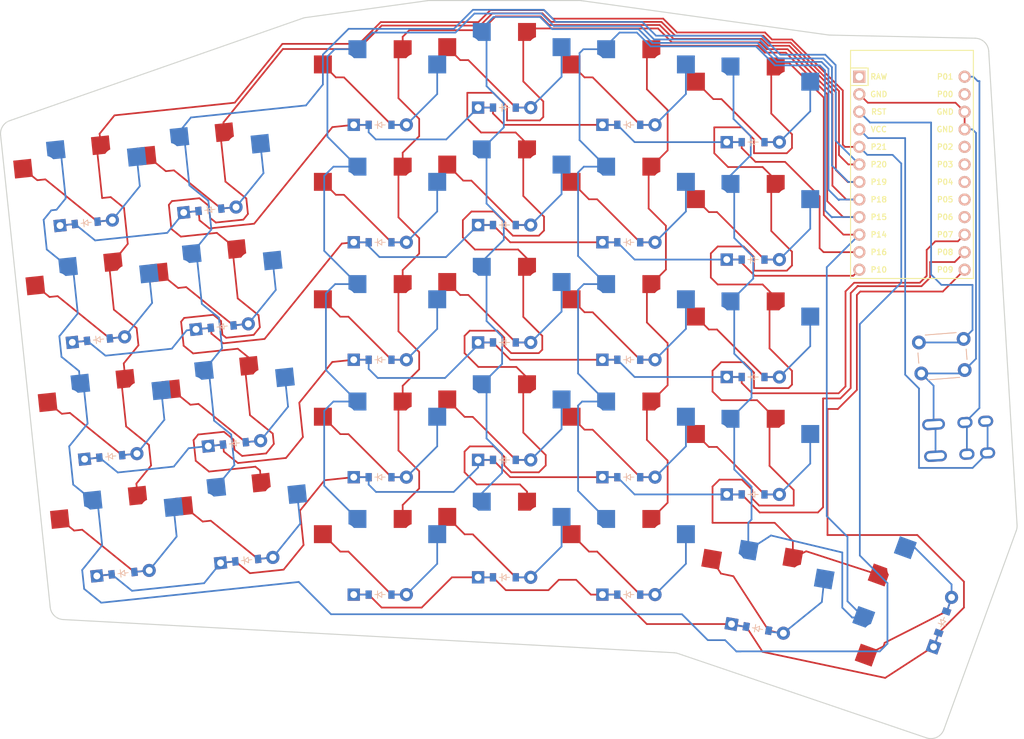
<source format=kicad_pcb>
(kicad_pcb (version 20241229) (generator "pcbnew") (generator_version "9.0")
  (title_block (title "greeny") (rev "1") (company "jsanr"))
  (layers (0 "F.Cu" signal) (2 "B.Cu" signal) (13 "F.Paste" user) (15 "B.Paste" user) (5 "F.SilkS" user "F.Silkscreen") (7 "B.SilkS" user "B.Silkscreen") (1 "F.Mask" user) (3 "B.Mask" user) (25 "Edge.Cuts" user))
  (net 0 "")
  (net 1 "P21")
  (net 2 "outer_bottom")
  (net 3 "outer_home")
  (net 4 "outer_top")
  (net 5 "outer_numbers")
  (net 6 "P20")
  (net 7 "pinky_bottom")
  (net 8 "pinky_home")
  (net 9 "pinky_top")
  (net 10 "pinky_numbers")
  (net 11 "P19")
  (net 12 "ring_mod")
  (net 13 "ring_bottom")
  (net 14 "ring_home")
  (net 15 "ring_top")
  (net 16 "ring_numbers")
  (net 17 "P18")
  (net 18 "middle_mod")
  (net 19 "middle_bottom")
  (net 20 "middle_home")
  (net 21 "middle_top")
  (net 22 "middle_numbers")
  (net 23 "P15")
  (net 24 "index_mod")
  (net 25 "index_bottom")
  (net 26 "index_home")
  (net 27 "index_top")
  (net 28 "index_numbers")
  (net 29 "P14")
  (net 30 "inner_bottom")
  (net 31 "inner_home")
  (net 32 "inner_top")
  (net 33 "inner_numbers")
  (net 34 "layer_cluster")
  (net 35 "space_cluster")
  (net 36 "P8")
  (net 37 "P7")
  (net 38 "P10")
  (net 39 "P16")
  (net 40 "P9")
  (net 41 "RAW")
  (net 42 "GND")
  (net 43 "RST")
  (net 44 "VCC")
  (net 45 "P1")
  (net 46 "P0")
  (net 47 "P2")
  (net 48 "P3")
  (net 49 "P4")
  (net 50 "P5")
  (net 51 "P6")
  (footprint "ComboDiode" (layer "F.Cu") (at 190.394689 153.548927 -10)
    (property "Reference" "D28" (hide yes))
    (property "Value" "" (hide yes))
  )
  (footprint "ComboDiode" (layer "F.Cu") (at 189.762929 117.124885)
    (property "Reference" "D25" (hide yes))
    (property "Value" "" (hide yes))
  )
  (footprint "ComboDiode" (layer "F.Cu") (at 171.762925 148.624887)
    (property "Reference" "D19" (hide yes))
    (property "Value" "" (hide yes))
  )
  (footprint "ComboDiode" (layer "F.Cu") (at 189.762929 134.124889)
    (property "Reference" "D24" (hide yes))
    (property "Value" "" (hide yes))
  )
  (footprint "ComboDiode" (layer "F.Cu") (at 116.45905 143.642789 6)
    (property "Reference" "D5" (hide yes))
    (property "Value" "" (hide yes))
  )
  (footprint "ceoloide:mounting_hole_npth" (layer "F.Cu") (at 162.762929 148.774889)
    (property "Reference" "MH4" (hide yes))
    (property "Value" "")
  )
  (footprint "ComboDiode" (layer "F.Cu") (at 171.762929 97.624891)
    (property "Reference" "D22" (hide yes))
    (property "Value" "" (hide yes))
  )
  (footprint "ceoloide:trrs_pj320a (reversible, symmetric)" (layer "F.Cu") (at 226.762928 125.624889 -86.5)
    (property "Reference" "TRRS1" (hide yes))
    (property "Value" "")
  )
  (footprint "ceoloide:mounting_hole_npth" (layer "F.Cu") (at 207.762926 135.924889)
    (property "Reference" "MH5" (hide yes))
    (property "Value" "")
  )
  (footprint "PG1350" (layer "F.Cu") (at 189.762928 112.124888)
    (property "Reference" "S25" (hide yes))
    (property "Value" "" (hide yes))
  )
  (footprint "ComboDiode" (layer "F.Cu") (at 189.762928 83.12489)
    (property "Reference" "D27" (hide yes))
    (property "Value" "" (hide yes))
  )
  (footprint "ProMicro" (layer "F.Cu") (at 212.762929 87.624887 -90)
    (property "Reference" "MCU1" (hide yes))
    (property "Value" "" (hide yes))
  )
  (footprint "PG1350" (layer "F.Cu") (at 212.49258 150.897228 70)
    (property "Reference" "S29" (hide yes))
    (property "Value" "" (hide yes))
  )
  (footprint "PG1350" (layer "F.Cu") (at 110.605451 87.949563 6)
    (property "Reference" "S8" (hide yes))
    (property "Value" "" (hide yes))
  )
  (footprint "PG1350" (layer "F.Cu") (at 153.762926 124.12489)
    (property "Reference" "S15" (hide yes))
    (property "Value" "" (hide yes))
  )
  (footprint "PG1350" (layer "F.Cu") (at 171.762925 126.624888)
    (property "Reference" "S20" (hide yes))
    (property "Value" "" (hide yes))
  )
  (footprint "PG1350" (layer "F.Cu") (at 115.936412 138.670181 6)
    (property "Reference" "S5" (hide yes))
    (property "Value" "" (hide yes))
  )
  (footprint "PG1350" (layer "F.Cu") (at 96.258027 123.644821 6)
    (property "Reference" "S2" (hide yes))
    (property "Value" "" (hide yes))
  )
  (footprint "PG1350" (layer "F.Cu") (at 189.76293 78.124886)
    (property "Reference" "S27" (hide yes))
    (property "Value" "" (hide yes))
  )
  (footprint "PG1350" (layer "F.Cu") (at 171.762927 143.624883)
    (property "Reference" "S19" (hide yes))
    (property "Value" "" (hide yes))
  )
  (footprint "ceoloide:mounting_hole_npth" (layer "F.Cu") (at 102.187854 93.96238 6)
    (property "Reference" "MH1" (hide yes))
    (property "Value" "")
  )
  (footprint "PG1350" (layer "F.Cu") (at 112.38244 104.856442 6)
    (property "Reference" "S7" (hide yes))
    (property "Value" "" (hide yes))
  )
  (footprint "ComboDiode" (layer "F.Cu") (at 135.762925 131.624885)
    (property "Reference" "D10" (hide yes))
    (property "Value" "" (hide yes))
  )
  (footprint "PG1350" (layer "F.Cu") (at 114.159425 121.76331 6)
    (property "Reference" "S6" (hide yes))
    (property "Value" "" (hide yes))
  )
  (footprint "PG1350" (layer "F.Cu") (at 171.762927 75.624884)
    (property "Reference" "S23" (hide yes))
    (property "Value" "" (hide yes))
  )
  (footprint "ComboDiode" (layer "F.Cu") (at 217.191048 152.60733 70)
    (property "Reference" "D29" (hide yes))
    (property "Value" "" (hide yes))
  )
  (footprint "ComboDiode" (layer "F.Cu") (at 171.762925 80.624889)
    (property "Reference" "D23" (hide yes))
    (property "Value" "" (hide yes))
  )
  (footprint "PG1350" (layer "F.Cu") (at 171.762926 92.624884)
    (property "Reference" "S22" (hide yes))
    (property "Value" "" (hide yes))
  )
  (footprint "ComboDiode" (layer "F.Cu") (at 135.762925 80.624886)
    (property "Reference" "D13" (hide yes))
    (property "Value" "" (hide yes))
  )
  (footprint "PG1350" (layer "F.Cu") (at 153.762925 73.124887)
    (property "Reference" "S18" (hide yes))
    (property "Value" "" (hide yes))
  )
  (footprint "tht_switch" (layer "F.Cu") (at 213.762926 112.124887 4.5)
    (property "Reference" "RST1" (hide yes))
    (property "Value" "")
  )
  (footprint "ceoloide:mounting_hole_npth" (layer "F.Cu") (at 162.762927 77.324887)
    (property "Reference" "MH3" (hide yes))
    (property "Value" "")
  )
  (footprint "ComboDiode" (layer "F.Cu") (at 153.762928 146.124885)
    (property "Reference" "D14" (hide yes))
    (property "Value" "" (hide yes))
  )
  (footprint "ComboDiode" (layer "F.Cu") (at 96.780669 128.617428 6)
    (property "Reference" "D2" (hide yes))
    (property "Value" "" (hide yes))
  )
  (footprint "ComboDiode" (layer "F.Cu") (at 93.226701 94.803685 6)
    (property "Reference" "D4" (hide yes))
    (property "Value" "" (hide yes))
  )
  (footprint "PG1350" (layer "F.Cu") (at 92.704064 89.831078 6)
    (property "Reference" "S4" (hide yes))
    (property "Value" "" (hide yes))
  )
  (footprint "PG1350" (layer "F.Cu") (at 171.762926 109.624886)
    (property "Reference" "S21" (hide yes))
    (property "Value" "" (hide yes))
  )
  (footprint "PG1350" (layer "F.Cu") (at 189.762932 95.12489)
    (property "Reference" "S26" (hide yes))
    (property "Value" "" (hide yes))
  )
  (footprint "PG1350" (layer "F.Cu") (at 153.762926 90.124883)
    (property "Reference" "S17" (hide yes))
    (property "Value" "" (hide yes))
  )
  (footprint "PG1350" (layer "F.Cu") (at 135.762928 109.624883)
    (property "Reference" "S11" (hide yes))
    (property "Value" "" (hide yes))
  )
  (footprint "ComboDiode" (layer "F.Cu") (at 135.76293 148.624886)
    (property "Reference" "D9" (hide yes))
    (property "Value" "" (hide yes))
  )
  (footprint "PG1350" (layer "F.Cu") (at 94.481046 106.737948 6)
    (property "Reference" "S3" (hide yes))
    (property "Value" "" (hide yes))
  )
  (footprint "ComboDiode" (layer "F.Cu") (at 153.762925 129.12489)
    (property "Reference" "D15" (hide yes))
    (property "Value" "" (hide yes))
  )
  (footprint "ComboDiode" (layer "F.Cu") (at 135.762922 97.624887)
    (property "Reference" "D12" (hide yes))
    (property "Value" "" (hide yes))
  )
  (footprint "ComboDiode" (layer "F.Cu") (at 135.762923 114.624885)
    (property "Reference" "D11" (hide yes))
    (property "Value" "" (hide yes))
  )
  (footprint "ComboDiode" (layer "F.Cu") (at 189.762929 100.124884)
    (property "Reference" "D26" (hide yes))
    (property "Value" "" (hide yes))
  )
  (footprint "PG1350" (layer "F.Cu") (at 189.762926 129.12489)
    (property "Reference" "S24" (hide yes))
    (property "Value" "" (hide yes))
  )
  (footprint "ComboDiode" (layer "F.Cu") (at 171.762926 131.624888)
    (property "Reference" "D20" (hide yes))
    (property "Value" "" (hide yes))
  )
  (footprint "PG1350" (layer "F.Cu") (at 135.76293 143.624887)
    (property "Reference" "S9" (hide yes))
    (property "Value" "" (hide yes))
  )
  (footprint "ComboDiode" (layer "F.Cu") (at 112.905081 109.829043 6)
    (property "Reference" "D7" (hide yes))
    (property "Value" "" (hide yes))
  )
  (footprint "ceoloide:mounting_hole_npth" (layer "F.Cu") (at 107.518806 144.682998 6)
    (property "Reference" "MH2" (hide yes))
    (property "Value" "")
  )
  (footprint "ComboDiode" (layer "F.Cu") (at 114.682065 126.735917 6)
    (property "Reference" "D6" (hide yes))
    (property "Value" "" (hide yes))
  )
  (footprint "PG1350" (layer "F.Cu") (at 153.762928 107.124886)
    (property "Reference" "S16" (hide yes))
    (property "Value" "" (hide yes))
  )
  (footprint "ComboDiode" (layer "F.Cu") (at 153.762924 112.124891)
    (property "Reference" "D16" (hide yes))
    (property "Value" "" (hide yes))
  )
  (footprint "ComboDiode" (layer "F.Cu") (at 153.762927 78.124888)
    (property "Reference" "D18" (hide yes))
    (property "Value" "" (hide yes))
  )
  (footprint "PG1350" (layer "F.Cu") (at 135.762923 126.624891)
    (property "Reference" "S10" (hide yes))
    (property "Value" "" (hide yes))
  )
  (footprint "ComboDiode" (layer "F.Cu") (at 171.762932 114.624889)
    (property "Reference" "D21" (hide yes))
    (property "Value" "" (hide yes))
  )
  (footprint "PG1350" (layer "F.Cu") (at 153.76293 141.124888)
    (property "Reference" "S14" (hide yes))
    (property "Value" "" (hide yes))
  )
  (footprint "PG1350" (layer "F.Cu") (at 135.762926 75.624885)
    (property "Reference" "S13" (hide yes))
    (property "Value" "" (hide yes))
  )
  (footprint "ComboDiode" (layer "F.Cu") (at 111.128098 92.922172 6)
    (property "Reference" "D8" (hide yes))
    (property "Value" "" (hide yes))
  )
  (footprint "ComboDiode" (layer "F.Cu") (at 153.762926 95.124892)
    (property "Reference" "D17" (hide yes))
    (property "Value" "" (hide yes))
  )
  (footprint "PG1350" (layer "F.Cu") (at 135.762925 92.624886)
    (property "Reference" "S12" (hide yes))
    (property "Value" "" (hide yes))
  )
  (footprint "PG1350" (layer "F.Cu") (at 191.262927 148.624889 -10)
    (property "Reference" "S28" (hide yes))
    (property "Value" "" (hide yes))
  )
  (footprint "ComboDiode" (layer "F.Cu") (at 95.003687 111.71056 6)
    (property "Reference" "D3" (hide yes))
    (property "Value" "" (hide yes))
  )
  (footprint "ComboDiode" (layer "F.Cu") (at 98.557653 145.524304 6)
    (property "Reference" "D1" (hide yes))
    (property "Value" "" (hide yes))
  )
  (footprint "PG1350" (layer "F.Cu") (at 98.035014 140.551693 6)
    (property "Reference" "S1" (hide yes))
    (property "Value" "" (hide yes))
  )
  (gr_arc (start 124.763253 154.124905) (mid 124.762996 154.124894) (end 124.762739 154.124879) (stroke (width 0.15)) (layer "Edge.Cuts"))
  (gr_arc (start 124.575154 65.190522) (mid 124.765246 65.134474) (end 124.959953 65.09752) (stroke (width 0.15)) (layer "Edge.Cuts"))
  (gr_line (start 223.873025 69.964899) (end 227.977923 138.569634) (stroke (width 0.15)) (layer "Edge.Cuts"))
  (gr_arc (start 178.332512 157.040314) (mid 178.603174 157.073666) (end 178.866786 157.143524) (stroke (width 0.15)) (layer "Edge.Cuts"))
  (gr_line (start 88.014582 150.448197) (end 80.832272 82.113019) (stroke (width 0.15)) (layer "Edge.Cuts"))
  (gr_line (start 82.161375 80.015979) (end 124.575156 65.190522) (stroke (width 0.15)) (layer "Edge.Cuts"))
  (gr_arc (start 221.920058 68.084823) (mid 223.263664 68.643505) (end 223.873025 69.964899) (stroke (width 0.15)) (layer "Edge.Cuts"))
  (gr_line (start 142.901147 62.62489) (end 164.624701 62.624888) (stroke (width 0.15)) (layer "Edge.Cuts"))
  (gr_line (start 227.860882 139.37313) (end 217.385332 168.154466) (stroke (width 0.15)) (layer "Edge.Cuts"))
  (gr_arc (start 227.977923 138.569634) (mid 227.960608 138.977384) (end 227.860882 139.37313) (stroke (width 0.15)) (layer "Edge.Cuts"))
  (gr_line (start 200.879301 67.627414) (end 221.920061 68.084822) (stroke (width 0.15)) (layer "Edge.Cuts"))
  (gr_line (start 164.899841 62.643901) (end 200.647634 67.608876) (stroke (width 0.15)) (layer "Edge.Cuts"))
  (gr_arc (start 200.879302 67.627413) (mid 200.763198 67.62151) (end 200.647634 67.608876) (stroke (width 0.15)) (layer "Edge.Cuts"))
  (gr_line (start 214.862988 169.364261) (end 178.866786 157.143524) (stroke (width 0.15)) (layer "Edge.Cuts"))
  (gr_arc (start 142.626011 62.643901) (mid 142.763251 62.629648) (end 142.901147 62.62489) (stroke (width 0.15)) (layer "Edge.Cuts"))
  (gr_arc (start 164.6247 62.624888) (mid 164.762599 62.629649) (end 164.899841 62.643901) (stroke (width 0.15)) (layer "Edge.Cuts"))
  (gr_arc (start 80.832271 82.113021) (mid 81.132033 80.833296) (end 82.161375 80.015979) (stroke (width 0.15)) (layer "Edge.Cuts"))
  (gr_line (start 124.762739 154.124879) (end 89.895452 152.236213) (stroke (width 0.15)) (layer "Edge.Cuts"))
  (gr_arc (start 217.385331 168.154467) (mid 216.370866 169.273734) (end 214.862988 169.364261) (stroke (width 0.15)) (layer "Edge.Cuts"))
  (gr_arc (start 89.895452 152.236214) (mid 88.62565 151.68868) (end 88.014582 150.448197) (stroke (width 0.15)) (layer "Edge.Cuts"))
  (gr_line (start 178.332512 157.040314) (end 124.763253 154.124905) (stroke (width 0.15)) (layer "Edge.Cuts"))
  (gr_line (start 124.959953 65.09752) (end 142.626011 62.643901) (stroke (width 0.15)) (layer "Edge.Cuts"))
  (segment (start 97.116161 100.478212) (end 96.574443 101.14718) (width 0.25) (layer "F.Cu") (net 1))
  (segment (start 98.351426 118.054047) (end 99.00606 124.282472) (width 0.25) (layer "F.Cu") (net 1))
  (segment (start 97.098884 79.521712) (end 97.321383 79.24695) (width 0.25) (layer "F.Cu") (net 1))
  (segment (start 178.75 67.25) (end 191.481512 67.25) (width 0.25) (layer "F.Cu") (net 1))
  (segment (start 192.5 68.268488) (end 195.370516 68.268487) (width 0.25) (layer "F.Cu") (net 1))
  (segment (start 121.622965 68.900061) (end 132.712129 68.900061) (width 0.25) (layer "F.Cu") (net 1))
  (segment (start 132.712129 68.900061) (end 135.86219 65.75) (width 0.25) (layer "F.Cu") (net 1))
  (segment (start 151.731512 64.018488) (end 159.518488 64.018488) (width 0.25) (layer "F.Cu") (net 1))
  (segment (start 114.725516 77.417702) (end 121.622965 68.900061) (width 0.25) (layer "F.Cu") (net 1))
  (segment (start 98.696979 92.641447) (end 99.244423 97.850029) (width 0.25) (layer "F.Cu") (net 1))
  (segment (start 195.370516 68.268487) (end 202.75 75.647971) (width 0.25) (layer "F.Cu") (net 1))
  (segment (start 160.75 65.25) (end 176.75 65.25) (width 0.25) (layer "F.Cu") (net 1))
  (segment (start 100.787548 112.531885) (end 98.659284 115.160074) (width 0.25) (layer "F.Cu") (net 1))
  (segment (start 100.526227 110.045581) (end 100.787548 112.531885) (width 0.25) (layer "F.Cu") (net 1))
  (segment (start 97.321383 79.24695) (end 114.725516 77.417702) (width 0.25) (layer "F.Cu") (net 1))
  (segment (start 96.773641 91.08396) (end 98.696979 92.641447) (width 0.25) (layer "F.Cu") (net 1))
  (segment (start 191.481512 67.25) (end 192.5 68.268488) (width 0.25) (layer "F.Cu") (net 1))
  (segment (start 94.797459 84.24031) (end 95.530488 91.214619) (width 0.25) (layer "F.Cu") (net 1))
  (segment (start 99.244423 97.850029) (end 97.116161 100.478212) (width 0.25) (layer "F.Cu") (net 1))
  (segment (start 176.75 65.25) (end 178.75 67.25) (width 0.25) (layer "F.Cu") (net 1))
  (segment (start 98.659284 115.160074) (end 98.893142 117.385085) (width 0.25) (layer "F.Cu") (net 1))
  (segment (start 96.574443 101.14718) (end 97.229076 107.375601) (width 0.25) (layer "F.Cu") (net 1))
  (segment (start 159.518488 64.018488) (end 160.75 65.25) (width 0.25) (layer "F.Cu") (net 1))
  (segment (start 95.164602 81.910352) (end 97.098884 79.521712) (width 0.25) (layer "F.Cu") (net 1))
  (segment (start 202.75 83.5) (end 203.064887 83.814887) (width 0.25) (layer "F.Cu") (net 1))
  (segment (start 99.00606 124.282472) (end 102.303211 126.952454) (width 0.25) (layer "F.Cu") (net 1))
  (segment (start 150 65.75) (end 151.731512 64.018488) (width 0.25) (layer "F.Cu") (net 1))
  (segment (start 100.488535 132.564204) (end 100.670129 134.291957) (width 0.25) (layer "F.Cu") (net 1))
  (segment (start 95.530488 91.214619) (end 96.773641 91.08396) (width 0.25) (layer "F.Cu") (net 1))
  (segment (start 135.86219 65.75) (end 150 65.75) (width 0.25) (layer "F.Cu") (net 1))
  (segment (start 102.616795 129.936019) (end 100.488535 132.564204) (width 0.25) (layer "F.Cu") (net 1))
  (segment (start 102.303211 126.952454) (end 102.616795 129.936019) (width 0.25) (layer "F.Cu") (net 1))
  (segment (start 203.064887 83.814887) (end 205.142929 83.814887) (width 0.25) (layer "F.Cu") (net 1))
  (segment (start 95.339177 83.571342) (end 94.797459 84.24031) (width 0.25) (layer "F.Cu") (net 1))
  (segment (start 202.75 75.647971) (end 202.75 83.5) (width 0.25) (layer "F.Cu") (net 1))
  (segment (start 97.229076 107.375601) (end 100.526227 110.045581) (width 0.25) (layer "F.Cu") (net 1))
  (segment (start 98.893142 117.385085) (end 98.351426 118.054047) (width 0.25) (layer "F.Cu") (net 1))
  (segment (start 95.339179 83.571342) (end 95.164602 81.910352) (width 0.25) (layer "F.Cu") (net 1))
  (segment (start 187.339462 156.843453) (end 208.098455 156.843453) (width 0.25) (layer "B.Cu") (net 1))
  (segment (start 88.176103 92.993106) (end 87.063611 94.366919) (width 0.25) (layer "B.Cu") (net 1))
  (segment (start 92.930645 147.796338) (end 95.40351 149.798824) (width 0.25) (layer "B.Cu") (net 1))
  (segment (start 87.515164 98.663171) (end 90.602043 101.162875) (width 0.25) (layer "B.Cu") (net 1))
  (segment (start 94.915809 135.59189) (end 95.535672 141.48949) (width 0.25) (layer "B.Cu") (net 1))
  (segment (start 187.339462 156.843453) (end 188 156.843453) (width 0.25) (layer "B.Cu") (net 1))
  (segment (start 183.214462 155.218453) (end 185.714462 155.218453) (width 0.25) (layer "B.Cu") (net 1))
  (segment (start 205.214462 109.468453) (end 211.214462 103.468453) (width 0.25) (layer "B.Cu") (net 1))
  (segment (start 128.670836 151.468452) (end 179.464462 151.468453) (width 0.25) (layer "B.Cu") (net 1))
  (segment (start 205.214461 142.968453) (end 205.214462 109.468453) (width 0.25) (layer "B.Cu") (net 1))
  (segment (start 211.214462 103.468453) (end 211.214462 86.218453) (width 0.25) (layer "B.Cu") (net 1))
  (segment (start 123.996014 146.793629) (end 128.670836 151.468452) (width 0.25) (layer "B.Cu") (net 1))
  (segment (start 93.431661 123.862858) (end 90.761681 127.160009) (width 0.25) (layer "B.Cu") (net 1))
  (segment (start 208.098455 156.843453) (end 209.214462 155.727445) (width 0.25) (layer "B.Cu") (net 1))
  (segment (start 92.007836 107.924376) (end 89.337856 111.221527) (width 0.25) (layer "B.Cu") (net 1))
  (segment (start 179.464462 151.468453) (end 183.214462 155.218453) (width 0.25) (layer "B.Cu") (net 1))
  (segment (start 92.864063 118.462524) (end 93.431661 123.862858) (width 0.25) (layer "B.Cu") (net 1))
  (segment (start 92.18879 116.259797) (end 92.379023 118.069745) (width 0.25) (layer "B.Cu") (net 1))
  (segment (start 92.379023 118.069745) (end 92.864063 118.462524) (width 0.25) (layer "B.Cu") (net 1))
  (segment (start 209.214462 155.727445) (end 209.214462 146.968453) (width 0.25) (layer "B.Cu") (net 1))
  (segment (start 90.256983 91.266134) (end 88.921994 92.914708) (width 0.25) (layer "B.Cu") (net 1))
  (segment (start 185.714462 155.218453) (end 187.339462 156.843453) (width 0.25) (layer "B.Cu") (net 1))
  (segment (start 95.535672 141.48949) (end 92.643193 145.061402) (width 0.25) (layer "B.Cu") (net 1))
  (segment (start 89.337856 111.221527) (end 89.651441 114.205091) (width 0.25) (layer "B.Cu") (net 1))
  (segment (start 89.584859 84.871276) (end 90.256983 91.266134) (width 0.25) (layer "B.Cu") (net 1))
  (segment (start 209.964462 84.968453) (end 206.296495 84.968453) (width 0.25) (layer "B.Cu") (net 1))
  (segment (start 90.761681 127.160009) (end 91.343896 132.699413) (width 0.25) (layer "B.Cu") (net 1))
  (segment (start 91.343896 132.699413) (end 94.156009 134.976617) (width 0.25) (layer "B.Cu") (net 1))
  (segment (start 89.651441 114.205091) (end 92.18879 116.259797) (width 0.25) (layer "B.Cu") (net 1))
  (segment (start 94.156009 134.976617) (end 94.915809 135.59189) (width 0.25) (layer "B.Cu") (net 1))
  (segment (start 92.643193 145.061402) (end 92.930645 147.796338) (width 0.25) (layer "B.Cu") (net 1))
  (segment (start 88.82506 84.256003) (end 89.584859 84.871276) (width 0.25) (layer "B.Cu") (net 1))
  (segment (start 88.921994 92.914708) (end 88.176103 92.993106) (width 0.25) (layer "B.Cu") (net 1))
  (segment (start 206.296495 84.968453) (end 205.142929 83.814887) (width 0.25) (layer "B.Cu") (net 1))
  (segment (start 211.214462 86.218453) (end 209.964462 84.968453) (width 0.25) (layer "B.Cu") (net 1))
  (segment (start 95.40351 149.798824) (end 123.996014 146.793629) (width 0.25) (layer "B.Cu") (net 1))
  (segment (start 91.361842 101.778148) (end 92.007836 107.924376) (width 0.25) (layer "B.Cu") (net 1))
  (segment (start 90.602043 101.162875) (end 91.361842 101.778148) (width 0.25) (layer "B.Cu") (net 1))
  (segment (start 87.063611 94.366919) (end 87.515164 98.663171) (width 0.25) (layer "B.Cu") (net 1))
  (segment (start 209.214462 146.968453) (end 205.214461 142.968453) (width 0.25) (layer "B.Cu") (net 1))
  (segment (start 100.198614 145.351827) (end 102.346784 145.126048) (width 0.25) (layer "F.Cu") (net 2))
  (segment (start 91.475182 139.356837) (end 92.643745 139.234013) (width 0.25) (layer "F.Cu") (net 2))
  (segment (start 92.643745 139.234013) (end 100.198614 145.351827) (width 0.25) (layer "F.Cu") (net 2))
  (segment (start 89.413362 137.687209) (end 91.475182 139.356837) (width 0.25) (layer "F.Cu") (net 2))
  (segment (start 106.320605 140.218789) (end 102.346784 145.126048) (width 0.25) (layer "B.Cu") (net 2))
  (segment (start 105.872699 135.957261) (end 106.320605 140.218789) (width 0.25) (layer "B.Cu") (net 2))
  (segment (start 102.346784 145.126048) (end 100.198614 145.351827) (width 0.25) (layer "B.Cu") (net 2))
  (segment (start 98.421631 128.444955) (end 100.5698 128.219175) (width 0.25) (layer "F.Cu") (net 3))
  (segment (start 90.866757 122.327145) (end 98.421631 128.444955) (width 0.25) (layer "F.Cu") (net 3))
  (segment (start 87.636379 120.780338) (end 89.698197 122.449962) (width 0.25) (layer "F.Cu") (net 3))
  (segment (start 89.698197 122.449962) (end 90.866757 122.327145) (width 0.25) (layer "F.Cu") (net 3))
  (segment (start 104.543621 123.311915) (end 100.5698 128.219175) (width 0.25) (layer "B.Cu") (net 3))
  (segment (start 100.5698 128.219175) (end 98.421631 128.444955) (width 0.25) (layer "B.Cu") (net 3))
  (segment (start 104.095716 119.050391) (end 104.543621 123.311915) (width 0.25) (layer "B.Cu") (net 3))
  (segment (start 96.64465 111.538089) (end 98.792815 111.312307) (width 0.25) (layer "F.Cu") (net 4))
  (segment (start 85.859397 103.873466) (end 87.92121 105.543092) (width 0.25) (layer "F.Cu") (net 4))
  (segment (start 89.08977 105.420271) (end 96.64465 111.538089) (width 0.25) (layer "F.Cu") (net 4))
  (segment (start 87.92121 105.543092) (end 89.08977 105.420271) (width 0.25) (layer "F.Cu") (net 4))
  (segment (start 102.318735 102.143518) (end 102.766638 106.405042) (width 0.25) (layer "B.Cu") (net 4))
  (segment (start 102.766638 106.405042) (end 98.792815 111.312307) (width 0.25) (layer "B.Cu") (net 4))
  (segment (start 98.792815 111.312307) (end 96.64465 111.538089) (width 0.25) (layer "B.Cu") (net 4))
  (segment (start 87.312791 88.513398) (end 94.867667 94.631212) (width 0.25) (layer "F.Cu") (net 5))
  (segment (start 86.144226 88.63622) (end 87.312791 88.513398) (width 0.25) (layer "F.Cu") (net 5))
  (segment (start 84.082414 86.966594) (end 86.144226 88.63622) (width 0.25) (layer "F.Cu") (net 5))
  (segment (start 94.867667 94.631212) (end 97.015829 94.405432) (width 0.25) (layer "F.Cu") (net 5))
  (segment (start 100.989651 89.498173) (end 97.015829 94.405432) (width 0.25) (layer "B.Cu") (net 5))
  (segment (start 97.015829 94.405432) (end 94.867667 94.631212) (width 0.25) (layer "B.Cu") (net 5))
  (segment (start 100.541745 85.236647) (end 100.989651 89.498173) (width 0.25) (layer "B.Cu") (net 5))
  (segment (start 113.164556 125.056749) (end 109.435097 125.448731) (width 0.25) (layer "F.Cu") (net 6))
  (segment (start 195.183706 68.719487) (end 202.197896 75.733678) (width 0.25) (layer "F.Cu") (net 6))
  (segment (start 112.150489 96.275001) (end 115.017555 98.596706) (width 0.25) (layer "F.Cu") (net 6))
  (segment (start 152.030512 64.469488) (end 159.25 64.469488) (width 0.25) (layer "F.Cu") (net 6))
  (segment (start 159.25 64.469488) (end 160.5 65.719488) (width 0.25) (layer "F.Cu") (net 6))
  (segment (start 112.698851 82.358791) (end 113.379617 88.835847) (width 0.25) (layer "F.Cu") (net 6))
  (segment (start 105.187503 92.210644) (end 105.553353 95.691469) (width 0.25) (layer "F.Cu") (net 6))
  (segment (start 112.944308 111.002782) (end 112.735251 109.013737) (width 0.25) (layer "F.Cu") (net 6))
  (segment (start 110.984401 92.355497) (end 109.610588 91.243005) (width 0.25) (layer "F.Cu") (net 6))
  (segment (start 115.156602 105.742718) (end 118.178991 108.1902) (width 0.25) (layer "F.Cu") (net 6))
  (segment (start 107.330337 112.598343) (end 108.70415 113.710833) (width 0.25) (layer "F.Cu") (net 6))
  (segment (start 105.6325 91.661119) (end 105.187503 92.210644) (width 0.25) (layer "F.Cu") (net 6))
  (segment (start 203.552783 86.354887) (end 205.142929 86.354887) (width 0.25) (layer "F.Cu") (net 6))
  (segment (start 116.402007 91.283329) (end 116.637196 93.521002) (width 0.25) (layer "F.Cu") (net 6))
  (segment (start 109.435097 125.448731) (end 108.767602 126.273019) (width 0.25) (layer "F.Cu") (net 6))
  (segment (start 118.361916 109.930615) (end 117.471922 111.029665) (width 0.25) (layer "F.Cu") (net 6))
  (segment (start 112.148406 96.255188) (end 112.150489 96.275001) (width 0.25) (layer "F.Cu") (net 6))
  (segment (start 114.538368 126.169241) (end 113.164556 125.056749) (width 0.25) (layer "F.Cu") (net 6))
  (segment (start 116.933586 122.649591) (end 120.230737 125.319572) (width 0.25) (layer "F.Cu") (net 6))
  (segment (start 112.735251 109.013737) (end 111.636202 108.123745) (width 0.25) (layer "F.Cu") (net 6))
  (segment (start 202.197896 75.733678) (end 202.197896 85) (width 0.25) (layer "F.Cu") (net 6))
  (segment (start 113.240566 81.689827) (end 113.092122 80.277478) (width 0.25) (layer "F.Cu") (net 6))
  (segment (start 116.252821 116.172543) (end 116.933586 122.649591) (width 0.25) (layer "F.Cu") (net 6))
  (segment (start 118.38652 130.650228) (end 118.571527 132.410445) (width 0.25) (layer "F.Cu") (net 6))
  (segment (start 114.695161 127.661024) (end 114.538368 126.169241) (width 0.25) (layer "F.Cu") (net 6))
  (segment (start 191.25 67.719488) (end 192.25 68.719488) (width 0.25) (layer "F.Cu") (net 6))
  (segment (start 116.637196 93.521002) (end 115.969701 94.345291) (width 0.25) (layer "F.Cu") (net 6))
  (segment (start 115.017555 98.596706) (end 114.475837 99.265672) (width 0.25) (layer "F.Cu") (net 6))
  (segment (start 136 66.25) (end 150.25 66.25) (width 0.25) (layer "F.Cu") (net 6))
  (segment (start 118.178991 108.1902) (end 118.361916 109.930615) (width 0.25) (layer "F.Cu") (net 6))
  (segment (start 178.5 67.719488) (end 191.25 67.719488) (width 0.25) (layer "F.Cu") (net 6))
  (segment (start 108.767602 126.273019) (end 109.081189 129.256583) (width 0.25) (layer "F.Cu") (net 6))
  (segment (start 109.081189 129.256583) (end 111.004527 130.814073) (width 0.25) (layer "F.Cu") (net 6))
  (segment (start 113.379617 88.835847) (end 116.402007 91.283329) (width 0.25) (layer "F.Cu") (net 6))
  (segment (start 111.636202 108.123745) (end 107.409484 108.567991) (width 0.25) (layer "F.Cu") (net 6))
  (segment (start 119.275038 128.185168) (end 115.794212 128.551017) (width 0.25) (layer "F.Cu") (net 6))
  (segment (start 176.5 65.719488) (end 178.5 67.719488) (width 0.25) (layer "F.Cu") (net 6))
  (segment (start 113.092122 80.277478) (end 121.701361 69.645953) (width 0.25) (layer "F.Cu") (net 6))
  (segment (start 109.610588 91.243005) (end 105.6325 91.661119) (width 0.25) (layer "F.Cu") (net 6))
  (segment (start 108.70415 113.710833) (end 115.168542 113.031398) (width 0.25) (layer "F.Cu") (net 6))
  (segment (start 202.197896 85) (end 203.552783 86.354887) (width 0.25) (layer "F.Cu") (net 6))
  (segment (start 105.553353 95.691469) (end 106.927166 96.803962) (width 0.25) (layer "F.Cu") (net 6))
  (segment (start 115.168542 113.031398) (end 116.661799 114.240615) (width 0.25) (layer "F.Cu") (net 6))
  (segment (start 120.230737 125.319572) (end 120.38753 126.811355) (width 0.25) (layer "F.Cu") (net 6))
  (segment (start 107.409484 108.567991) (end 106.964486 109.117516) (width 0.25) (layer "F.Cu") (net 6))
  (segment (start 115.969701 94.345291) (end 111.991612 94.763405) (width 0.25) (layer "F.Cu") (net 6))
  (segment (start 150.25 66.25) (end 152.030512 64.469488) (width 0.25) (layer "F.Cu") (net 6))
  (segment (start 111.004527 130.814073) (end 117.71755 130.108506) (width 0.25) (layer "F.Cu") (net 6))
  (segment (start 121.701361 69.645953) (end 132.604047 69.645953) (width 0.25) (layer "F.Cu") (net 6))
  (segment (start 114.475837 99.265672) (end 115.156602 105.742718) (width 0.25) (layer "F.Cu") (net 6))
  (segment (start 106.927166 96.803962) (end 112.148406 96.255188) (width 0.25) (layer "F.Cu") (net 6))
  (segment (start 116.661799 114.240615) (end 116.794541 115.503574) (width 0.25) (layer "F.Cu") (net 6))
  (segment (start 192.25 68.719488) (end 195.183706 68.719487) (width 0.25) (layer "F.Cu") (net 6))
  (segment (start 120.38753 126.811355) (end 119.275038 128.185168) (width 0.25) (layer "F.Cu") (net 6))
  (segment (start 132.604047 69.645953) (end 136 66.25) (width 0.25) (layer "F.Cu") (net 6))
  (segment (start 160.5 65.719488) (end 176.5 65.719488) (width 0.25) (layer "F.Cu") (net 6))
  (segment (start 106.964486 109.117516) (end 107.330337 112.598343) (width 0.25) (layer "F.Cu") (net 6))
  (segment (start 115.794212 128.551017) (end 114.695161 127.661024) (width 0.25) (layer "F.Cu") (net 6))
  (segment (start 117.71755 130.108506) (end 118.38652 130.650228) (width 0.25) (layer "F.Cu") (net 6))
  (segment (start 111.167326 94.09591) (end 110.984401 92.355497) (width 0.25) (layer "F.Cu") (net 6))
  (segment (start 113.240567 81.689827) (end 112.698851 82.358791) (width 0.25) (layer "F.Cu") (net 6))
  (segment (start 117.471922 111.029665) (end 113.493835 111.447779) (width 0.25) (layer "F.Cu") (net 6))
  (segment (start 113.493835 111.447779) (end 112.944308 111.002782) (width 0.25) (layer "F.Cu") (net 6))
  (segment (start 111.991612 94.763405) (end 111.167326 94.09591) (width 0.25) (layer "F.Cu") (net 6))
  (segment (start 116.794541 115.503574) (end 116.252821 116.172543) (width 0.25) (layer "F.Cu") (net 6))
  (segment (start 201.714462 71.968452) (end 201.714462 82.92642) (width 0.25) (layer "B.Cu") (net 6))
  (segment (start 111.738478 123.446995) (end 111.040218 116.803507) (width 0.25) (layer "B.Cu") (net 6))
  (segment (start 200.214461 70.468453) (end 201.714462 71.968452) (width 0.25) (layer "B.Cu") (net 6))
  (segment (start 175.714461 67.718452) (end 190.964462 67.718452) (width 0.25) (layer "B.Cu") (net 6))
  (segment (start 107.486252 82.989766) (end 106.726449 82.37449) (width 0.25) (layer "B.Cu") (net 6))
  (segment (start 149.214462 63.968453) (end 159.464462 63.968453) (width 0.25) (layer "B.Cu") (net 6))
  (segment (start 125.04062 77.806521) (end 127.488102 74.784131) (width 0.25) (layer "B.Cu") (net 6))
  (segment (start 127.488102 74.784131) (end 127.488102 70.444813) (width 0.25) (layer "B.Cu") (net 6))
  (segment (start 106.65461 81.690989) (end 108.382378 79.557371) (width 0.25) (layer "B.Cu") (net 6))
  (segment (start 161.214462 65.718453) (end 173.714461 65.718453) (width 0.25) (layer "B.Cu") (net 6))
  (segment (start 114.211342 125.449481) (end 111.738478 123.446995) (width 0.25) (layer "B.Cu") (net 6))
  (segment (start 108.503435 99.281368) (end 111.343694 95.773942) (width 0.25) (layer "B.Cu") (net 6))
  (segment (start 106.726449 82.37449) (end 106.65461 81.690989) (width 0.25) (layer "B.Cu") (net 6))
  (segment (start 112.057409 133.095107) (end 114.675163 129.862449) (width 0.25) (layer "B.Cu") (net 6))
  (segment (start 109.961493 106.540123) (end 109.263236 99.89664) (width 0.25) (layer "B.Cu") (net 6))
  (segment (start 110.280423 116.188235) (end 112.898179 112.955576) (width 0.25) (layer "B.Cu") (net 6))
  (segment (start 112.434358 108.542608) (end 109.961493 106.540123) (width 0.25) (layer "B.Cu") (net 6))
  (segment (start 109.263236 99.89664) (end 108.503435 99.281368) (width 0.25) (layer "B.Cu") (net 6))
  (segment (start 173.714461 65.718453) (end 175.714461 67.718452) (width 0.25) (layer "B.Cu") (net 6))
  (segment (start 131.214461 66.718453) (end 146.464461 66.718453) (width 0.25) (layer "B.Cu") (net 6))
  (segment (start 190.964462 67.718452) (end 193.714462 70.468453) (width 0.25) (layer "B.Cu") (net 6))
  (segment (start 201.714462 82.92642) (end 205.142928 86.354886) (width 0.25) (layer "B.Cu") (net 6))
  (segment (start 114.675163 129.862449) (end 114.211342 125.449481) (width 0.25) (layer "B.Cu") (net 6))
  (segment (start 111.343694 95.773942) (end 110.906003 91.609605) (width 0.25) (layer "B.Cu") (net 6))
  (segment (start 110.906003 91.609605) (end 108.158378 89.384621) (width 0.25) (layer "B.Cu") (net 6))
  (segment (start 108.382378 79.557371) (end 125.04062 77.806521) (width 0.25) (layer "B.Cu") (net 6))
  (segment (start 108.158378 89.384621) (end 107.486252 82.989766) (width 0.25) (layer "B.Cu") (net 6))
  (segment (start 193.714462 70.468453) (end 200.214461 70.468453) (width 0.25) (layer "B.Cu") (net 6))
  (segment (start 112.898179 112.955576) (end 112.434358 108.542608) (width 0.25) (layer "B.Cu") (net 6))
  (segment (start 127.488102 70.444813) (end 131.214461 66.718453) (width 0.25) (layer "B.Cu") (net 6))
  (segment (start 111.040218 116.803507) (end 110.280423 116.188235) (width 0.25) (layer "B.Cu") (net 6))
  (segment (start 146.464461 66.718453) (end 149.214462 63.968453) (width 0.25) (layer "B.Cu") (net 6))
  (segment (start 159.464462 63.968453) (end 161.214462 65.718453) (width 0.25) (layer "B.Cu") (net 6))
  (segment (start 110.087774 138.051234) (end 111.256332 137.928419) (width 0.25) (layer "F.Cu") (net 7))
  (segment (start 118.100007 143.470316) (end 120.248178 143.244534) (width 0.25) (layer "F.Cu") (net 7))
  (segment (start 107.31476 135.805695) (end 110.087774 138.051234) (width 0.25) (layer "F.Cu") (net 7))
  (segment (start 111.256332 137.928419) (end 118.100007 143.470316) (width 0.25) (layer "F.Cu") (net 7))
  (segment (start 120.248178 143.244534) (end 118.100007 143.470316) (width 0.25) (layer "B.Cu") (net 7))
  (segment (start 124.221998 138.337275) (end 120.248178 143.244534) (width 0.25) (layer "B.Cu") (net 7))
  (segment (start 123.774095 134.075747) (end 124.221998 138.337275) (width 0.25) (layer "B.Cu") (net 7))
  (segment (start 105.537777 118.898823) (end 108.31079 121.144368) (width 0.25) (layer "F.Cu") (net 8))
  (segment (start 108.31079 121.144368) (end 109.479348 121.021543) (width 0.25) (layer "F.Cu") (net 8))
  (segment (start 116.323023 126.563444) (end 118.471195 126.337662) (width 0.25) (layer "F.Cu") (net 8))
  (segment (start 109.479348 121.021543) (end 116.323023 126.563444) (width 0.25) (layer "F.Cu") (net 8))
  (segment (start 122.445017 121.430397) (end 118.471195 126.337662) (width 0.25) (layer "B.Cu") (net 8))
  (segment (start 118.471195 126.337662) (end 116.323023 126.563444) (width 0.25) (layer "B.Cu") (net 8))
  (segment (start 121.997113 117.168878) (end 122.445017 121.430397) (width 0.25) (layer "B.Cu") (net 8))
  (segment (start 107.70237 104.114677) (end 114.546042 109.656574) (width 0.25) (layer "F.Cu") (net 9))
  (segment (start 114.546042 109.656574) (end 116.694212 109.430791) (width 0.25) (layer "F.Cu") (net 9))
  (segment (start 106.533805 104.237495) (end 107.70237 104.114677) (width 0.25) (layer "F.Cu") (net 9))
  (segment (start 103.76079 101.991958) (end 106.533805 104.237495) (width 0.25) (layer "F.Cu") (net 9))
  (segment (start 116.694212 109.430791) (end 114.546042 109.656574) (width 0.25) (layer "B.Cu") (net 9))
  (segment (start 120.220128 100.26201) (end 120.668033 104.523531) (width 0.25) (layer "B.Cu") (net 9))
  (segment (start 120.668033 104.523531) (end 116.694212 109.430791) (width 0.25) (layer "B.Cu") (net 9))
  (segment (start 105.925382 87.207802) (end 112.769059 92.749701) (width 0.25) (layer "F.Cu") (net 10))
  (segment (start 112.769059 92.749701) (end 114.917226 92.523918) (width 0.25) (layer "F.Cu") (net 10))
  (segment (start 101.983802 85.08508) (end 104.756818 87.330623) (width 0.25) (layer "F.Cu") (net 10))
  (segment (start 104.756818 87.330623) (end 105.925382 87.207802) (width 0.25) (layer "F.Cu") (net 10))
  (segment (start 118.891047 87.616663) (end 114.917226 92.523918) (width 0.25) (layer "B.Cu") (net 10))
  (segment (start 114.917226 92.523918) (end 112.769059 92.749701) (width 0.25) (layer "B.Cu") (net 10))
  (segment (start 118.443142 83.355131) (end 118.891047 87.616663) (width 0.25) (layer "B.Cu") (net 10))
  (segment (start 160.246896 66.170488) (end 176.246896 66.170488) (width 0.25) (layer "F.Cu") (net 11))
  (segment (start 141.42719 133.262765) (end 139.03793 135.652027) (width 0.25) (layer "F.Cu") (net 11))
  (segment (start 190.996896 68.170488) (end 191.996896 69.170488) (width 0.25) (layer "F.Cu") (net 11))
  (segment (start 139.037921 118.402034) (end 139.037923 120.67489) (width 0.25) (layer "F.Cu") (net 11))
  (segment (start 138.427192 87.285618) (end 138.427193 94.012763) (width 0.25) (layer "F.Cu") (net 11))
  (segment (start 139.03793 135.652027) (end 139.03793 137.674887) (width 0.25) (layer "F.Cu") (net 11))
  (segment (start 152.496896 64.920488) (end 158.996896 64.920488) (width 0.25) (layer "F.Cu") (net 11))
  (segment (start 191.996896 69.170488) (end 194.996896 69.170487) (width 0.25) (layer "F.Cu") (net 11))
  (segment (start 138.427192 70.285621) (end 138.427192 76.762765) (width 0.25) (layer "F.Cu") (net 11))
  (segment (start 141.427192 97.012763) (end 141.427192 99.262765) (width 0.25) (layer "F.Cu") (net 11))
  (segment (start 139.037926 69.674887) (end 138.427192 70.285621) (width 0.25) (layer "F.Cu") (net 11))
  (segment (start 158.996896 64.920488) (end 160.246896 66.170488) (width 0.25) (layer "F.Cu") (net 11))
  (segment (start 141.427192 130.762763) (end 141.42719 133.262765) (width 0.25) (layer "F.Cu") (net 11))
  (segment (start 203.471295 88.894887) (end 205.142929 88.894887) (width 0.25) (layer "F.Cu") (net 11))
  (segment (start 139.037924 86.674887) (end 138.427192 87.285618) (width 0.25) (layer "F.Cu") (net 11))
  (segment (start 138.427192 121.285622) (end 138.427191 127.762763) (width 0.25) (layer "F.Cu") (net 11))
  (segment (start 194.996896 69.170487) (end 201.746896 75.920488) (width 0.25) (layer "F.Cu") (net 11))
  (segment (start 150.496896 66.920488) (end 152.496896 64.920488) (width 0.25) (layer "F.Cu") (net 11))
  (segment (start 141.427192 82.262763) (end 139.037923 84.65203) (width 0.25) (layer "F.Cu") (net 11))
  (segment (start 141.427192 79.762765) (end 141.427192 82.262763) (width 0.25) (layer "F.Cu") (net 11))
  (segment (start 138.427192 76.762765) (end 141.427192 79.762765) (width 0.25) (layer "F.Cu") (net 11))
  (segment (start 141.427192 99.262765) (end 139.037929 101.652028) (width 0.25) (layer "F.Cu") (net 11))
  (segment (start 139.037926 67.879458) (end 139.996896 66.920488) (width 0.25) (layer "F.Cu") (net 11))
  (segment (start 201.746896 87.170488) (end 203.471295 88.894887) (width 0.25) (layer "F.Cu") (net 11))
  (segment (start 138.427191 127.762763) (end 141.427192 130.762763) (width 0.25) (layer "F.Cu") (net 11))
  (segment (start 138.427192 104.28562) (end 138.427192 110.512765) (width 0.25) (layer "F.Cu") (net 11))
  (segment (start 178.246896 68.170488) (end 190.996896 68.170488) (width 0.25) (layer "F.Cu") (net 11))
  (segment (start 139.037929 101.652028) (end 139.037929 103.674883) (width 0.25) (layer "F.Cu") (net 11))
  (segment (start 139.037926 69.674885) (end 139.037926 67.879458) (width 0.25) (layer "F.Cu") (net 11))
  (segment (start 139.037929 103.674883) (end 138.427192 104.28562) (width 0.25) (layer "F.Cu") (net 11))
  (segment (start 141.42719 116.012764) (end 139.037921 118.402034) (width 0.25) (layer "F.Cu") (net 11))
  (segment (start 141.427192 113.512765) (end 141.42719 116.012764) (width 0.25) (layer "F.Cu") (net 11))
  (segment (start 139.037923 120.67489) (end 138.427192 121.285622) (width 0.25) (layer "F.Cu") (net 11))
  (segment (start 138.427192 110.512765) (end 141.427192 113.512765) (width 0.25) (layer "F.Cu") (net 11))
  (segment (start 138.427193 94.012763) (end 141.427192 97.012763) (width 0.25) (layer "F.Cu") (net 11))
  (segment (start 139.996896 66.920488) (end 150.496896 66.920488) (width 0.25) (layer "F.Cu") (net 11))
  (segment (start 176.246896 66.170488) (end 178.246896 68.170488) (width 0.25) (layer "F.Cu") (net 11))
  (segment (start 139.037923 84.65203) (end 139.037924 86.674887) (width 0.25) (layer "F.Cu") (net 11))
  (segment (start 201.746896 75.920488) (end 201.746896 87.170488) (width 0.25) (layer "F.Cu") (net 11))
  (segment (start 128.143249 70.731802) (end 128.14325 82.33021) (width 0.25) (layer "B.Cu") (net 11))
  (segment (start 160.92719 66.311765) (end 173.476192 66.311763) (width 0.25) (layer "B.Cu") (net 11))
  (segment (start 173.476192 66.311763) (end 175.427192 68.262765) (width 0.25) (layer "B.Cu") (net 11))
  (segment (start 132.487925 86.674887) (end 129.01507 86.674885) (width 0.25) (layer "B.Cu") (net 11))
  (segment (start 127.927192 116.11416) (end 132.487923 120.674891) (width 0.25) (layer "B.Cu") (net 11))
  (segment (start 201.177191 86.512765) (end 203.559314 88.894887) (width 0.25) (layer "B.Cu") (net 11))
  (segment (start 134.677192 67.262765) (end 146.677192 67.262763) (width 0.25) (layer "B.Cu") (net 11))
  (segment (start 127.677192 122.012763) (end 127.677192 132.864147) (width 0.25) (layer "B.Cu") (net 11))
  (segment (start 193.427192 71.012765) (end 199.927193 71.012765) (width 0.25) (layer "B.Cu") (net 11))
  (segment (start 203.559314 88.894887) (end 205.142929 88.894887) (width 0.25) (layer "B.Cu") (net 11))
  (segment (start 127.927193 105.012763) (end 127.927192 116.11416) (width 0.25) (layer "B.Cu") (net 11))
  (segment (start 129.015065 120.674889) (end 127.677192 122.012763) (width 0.25) (layer "B.Cu") (net 11))
  (segment (start 132.487927 103.674883) (end 129.265074 103.674883) (width 0.25) (layer "B.Cu") (net 11))
  (segment (start 128.14325 82.33021) (end 132.487928 86.674888) (width 0.25) (layer "B.Cu") (net 11))
  (segment (start 146.677192 67.262763) (end 149.427191 64.512763) (width 0.25) (layer "B.Cu") (net 11))
  (segment (start 132.487926 69.45203) (end 134.677192 67.262765) (width 0.25) (layer "B.Cu") (net 11))
  (segment (start 201.177192 72.262765) (end 201.177191 86.512765) (width 0.25) (layer "B.Cu") (net 11))
  (segment (start 129.01507 86.674885) (end 127.677192 88.012765) (width 0.25) (layer "B.Cu") (net 11))
  (segment (start 129.265074 103.674883) (end 127.927193 105.012763) (width 0.25) (layer "B.Cu") (net 11))
  (segment (start 132.48793 69.674886) (end 129.200164 69.674886) (width 0.25) (layer "B.Cu") (net 11))
  (segment (start 199.927193 71.012765) (end 201.177192 72.262765) (width 0.25) (layer "B.Cu") (net 11))
  (segment (start 190.677192 68.262765) (end 193.427192 71.012765) (width 0.25) (layer "B.Cu") (net 11))
  (segment (start 149.427191 64.512763) (end 159.128191 64.512765) (width 0.25) (layer "B.Cu") (net 11))
  (segment (start 127.677192 98.864146) (end 132.487927 103.674883) (width 0.25) (layer "B.Cu") (net 11))
  (segment (start 129.200164 69.674886) (end 128.143249 70.731802) (width 0.25) (layer "B.Cu") (net 11))
  (segment (start 127.677192 132.864147) (end 132.48793 137.674887) (width 0.25) (layer "B.Cu") (net 11))
  (segment (start 132.487926 69.674885) (end 132.487926 69.45203) (width 0.25) (layer "B.Cu") (net 11))
  (segment (start 159.128191 64.512765) (end 160.92719 66.311765) (width 0.25) (layer "B.Cu") (net 11))
  (segment (start 175.427192 68.262765) (end 190.677192 68.262765) (width 0.25) (layer "B.Cu") (net 11))
  (segment (start 132.487923 120.674891) (end 129.015065 120.674889) (width 0.25) (layer "B.Cu") (net 11))
  (segment (start 127.677192 88.012765) (end 127.677192 98.864146) (width 0.25) (layer "B.Cu") (net 11))
  (segment (start 131.18603 142.397986) (end 137.412925 148.624887) (width 0.25) (layer "F.Cu") (net 12))
  (segment (start 127.487925 139.874887) (end 130.011026 142.397984) (width 0.25) (layer "F.Cu") (net 12))
  (segment (start 130.011026 142.397984) (end 131.18603 142.397986) (width 0.25) (layer "F.Cu") (net 12))
  (segment (start 137.412925 148.624887) (end 139.572926 148.624888) (width 0.25) (layer "F.Cu") (net 12))
  (segment (start 144.037927 144.15989) (end 139.572926 148.624888) (width 0.25) (layer "B.Cu") (net 12))
  (segment (start 139.572926 148.624888) (end 137.412925 148.624887) (width 0.25) (layer "B.Cu") (net 12))
  (segment (start 144.037926 139.874888) (end 144.037927 144.15989) (width 0.25) (layer "B.Cu") (net 12))
  (segment (start 130.011029 125.397989) (end 131.18603 125.397986) (width 0.25) (layer "F.Cu") (net 13))
  (segment (start 137.412929 131.624889) (end 139.572927 131.62489) (width 0.25) (layer "F.Cu") (net 13))
  (segment (start 131.18603 125.397986) (end 137.412929 131.624889) (width 0.25) (layer "F.Cu") (net 13))
  (segment (start 127.487926 122.874888) (end 130.011029 125.397989) (width 0.25) (layer "F.Cu") (net 13))
  (segment (start 144.037925 127.15989) (end 139.572928 131.624889) (width 0.25) (layer "B.Cu") (net 13))
  (segment (start 144.037926 122.87489) (end 144.037925 127.15989) (width 0.25) (layer "B.Cu") (net 13))
  (segment (start 139.572928 131.624889) (end 137.412926 131.62489) (width 0.25) (layer "B.Cu") (net 13))
  (segment (start 130.011023 108.397985) (end 131.186026 108.397988) (width 0.25) (layer "F.Cu") (net 14))
  (segment (start 131.186026 108.397988) (end 137.412926 114.624887) (width 0.25) (layer "F.Cu") (net 14))
  (segment (start 137.412926 114.624887) (end 139.572926 114.624889) (width 0.25) (layer "F.Cu") (net 14))
  (segment (start 127.487925 105.874884) (end 130.011023 108.397985) (width 0.25) (layer "F.Cu") (net 14))
  (segment (start 144.037928 105.874885) (end 144.037925 110.159888) (width 0.25) (layer "B.Cu") (net 14))
  (segment (start 144.037925 110.159888) (end 139.572928 114.624887) (width 0.25) (layer "B.Cu") (net 14))
  (segment (start 139.572928 114.624887) (end 137.412929 114.624888) (width 0.25) (layer "B.Cu") (net 14))
  (segment (start 130.538926 90.75089) (end 137.412925 97.624889) (width 0.25) (layer "F.Cu") (net 15))
  (segment (start 137.412925 97.624889) (end 139.572926 97.624886) (width 0.25) (layer "F.Cu") (net 15))
  (segment (start 127.487929 88.87489) (end 129.363923 90.750888) (width 0.25) (layer "F.Cu") (net 15))
  (segment (start 129.363923 90.750888) (end 130.538926 90.75089) (width 0.25) (layer "F.Cu") (net 15))
  (segment (start 144.037927 93.159885) (end 139.572928 97.62489) (width 0.25) (layer "B.Cu") (net 15))
  (segment (start 139.572928 97.62489) (end 137.412925 97.624889) (width 0.25) (layer "B.Cu") (net 15))
  (segment (start 144.037926 88.874891) (end 144.037927 93.159885) (width 0.25) (layer "B.Cu") (net 15))
  (segment (start 130.538926 73.750888) (end 137.41293 80.624883) (width 0.25) (layer "F.Cu") (net 16))
  (segment (start 137.41293 80.624883) (end 139.572926 80.624887) (width 0.25) (layer "F.Cu") (net 16))
  (segment (start 129.363925 73.750886) (end 130.538926 73.750888) (width 0.25) (layer "F.Cu") (net 16))
  (segment (start 127.48793 71.874889) (end 129.363925 73.750886) (width 0.25) (layer "F.Cu") (net 16))
  (segment (start 144.037928 76.159888) (end 139.572926 80.624887) (width 0.25) (layer "B.Cu") (net 16))
  (segment (start 144.037927 71.874887) (end 144.037928 76.159888) (width 0.25) (layer "B.Cu") (net 16))
  (segment (start 139.572926 80.624887) (end 137.41293 80.624883) (width 0.25) (layer "B.Cu") (net 16))
  (segment (start 157.037925 83.376478) (end 157.037927 84.174886) (width 0.25) (layer "F.Cu") (net 17))
  (segment (start 159.746896 129.920488) (end 158.746896 130.920488) (width 0.25) (layer "F.Cu") (net 17))
  (segment (start 153.746896 111.420488) (end 152.746896 110.420488) (width 0.25) (layer "F.Cu") (net 17))
  (segment (start 154.14325 77.981802) (end 152.143249 75.981803) (width 0.25) (layer "F.Cu") (net 17))
  (segment (start 155.996896 132.670488) (end 157.03793 133.711522) (width 0.25) (layer "F.Cu") (net 17))
  (segment (start 152.143249 75.981803) (end 148.393248 75.981803) (width 0.25) (layer "F.Cu") (net 17))
  (segment (start 203.261295 91.434887) (end 205.142929 91.434887) (width 0.25) (layer "F.Cu") (net 17))
  (segment (start 156.496896 90.920488) (end 159.496896 93.920488) (width 0.25) (layer "F.Cu") (net 17))
  (segment (start 156.496896 125.170488) (end 159.746896 128.420488) (width 0.25) (layer "F.Cu") (net 17))
  (segment (start 159.393249 79.481802) (end 158.89325 79.981802) (width 0.25) (layer "F.Cu") (net 17))
  (segment (start 153.746896 128.670488) (end 152.246896 127.170488) (width 0.25) (layer "F.Cu") (net 17))
  (segment (start 177.996896 68.670488) (end 190.746896 68.670488) (width 0.25) (layer "F.Cu") (net 17))
  (segment (start 194.746896 69.670488) (end 201.246896 76.170488) (width 0.25) (layer "F.Cu") (net 17))
  (segment (start 157.037926 118.17489) (end 156.496896 118.71592) (width 0.25) (layer "F.Cu") (net 17))
  (segment (start 157.037928 99.96152) (end 157.037928 101.174886) (width 0.25) (layer "F.Cu") (net 17))
  (segment (start 149.496896 98.670488) (end 155.746896 98.670488) (width 0.25) (layer "F.Cu") (net 17))
  (segment (start 157.037926 84.174883) (end 156.496896 84.715913) (width 0.25) (layer "F.Cu") (net 17))
  (segment (start 154.143249 79.981803) (end 154.14325 77.981802) (width 0.25) (layer "F.Cu") (net 17))
  (segment (start 154.746896 130.920488) (end 153.746896 129.920488) (width 0.25) (layer "F.Cu") (net 17))
  (segment (start 147.746896 96.920488) (end 149.496896 98.670488) (width 0.25) (layer "F.Cu") (net 17))
  (segment (start 158.746896 96.670488) (end 154.996896 96.670488) (width 0.25) (layer "F.Cu") (net 17))
  (segment (start 149.996896 115.670488) (end 155.496896 115.670488) (width 0.25) (layer "F.Cu") (net 17))
  (segment (start 157.542324 66.670488) (end 175.996896 66.670488) (width 0.25) (layer "F.Cu") (net 17))
  (segment (start 152.246896 127.170488) (end 148.746896 127.170488) (width 0.25) (layer "F.Cu") (net 17))
  (segment (start 156.496896 101.715918) (end 156.496896 108.420488) (width 0.25) (layer "F.Cu") (net 17))
  (segment (start 201.246896 76.170488) (end 201.246896 89.420488) (width 0.25) (layer "F.Cu") (net 17))
  (segment (start 153.746896 129.920488) (end 153.746896 128.670488) (width 0.25) (layer "F.Cu") (net 17))
  (segment (start 157.037925 67.174887) (end 157.542324 66.670488) (width 0.25) (layer "F.Cu") (net 17))
  (segment (start 159.393249 77.231802) (end 159.393249 79.481802) (width 0.25) (layer "F.Cu") (net 17))
  (segment (start 155.496896 115.670488) (end 157.037926 117.211518) (width 0.25) (layer "F.Cu") (net 17))
  (segment (start 154.996896 96.670488) (end 153.746896 95.420488) (width 0.25) (layer "F.Cu") (net 17))
  (segment (start 148.393248 75.981803) (end 148.39325 79.731803) (width 0.25) (layer "F.Cu") (net 17))
  (segment (start 155.393249 81.731802) (end 157.037925 83.376478) (width 0.25) (layer "F.Cu") (net 17))
  (segment (start 157.037926 117.211518) (end 157.037926 118.17489) (width 0.25) (layer "F.Cu") (net 17))
  (segment (start 157.037925 67.174887) (end 156.496896 67.715916) (width 0.25) (layer "F.Cu") (net 17))
  (segment (start 148.39325 79.731803) (end 150.393249 81.731801) (width 0.25) (layer "F.Cu") (net 17))
  (segment (start 152.246896 93.170488) (end 148.996896 93.170488) (width 0.25) (layer "F.Cu") (net 17))
  (segment (start 158.746896 130.920488) (end 154.746896 130.920488) (width 0.25) (layer "F.Cu") (net 17))
  (segment (start 148.996896 93.170488) (end 147.746896 94.420488) (width 0.25) (layer "F.Cu") (net 17))
  (segment (start 156.496896 67.715916) (end 156.496896 74.335449) (width 0.25) (layer "F.Cu") (net 17))
  (segment (start 147.996896 127.920488) (end 147.996896 130.920488) (width 0.25) (layer "F.Cu") (net 17))
  (segment (start 191.746896 69.670488) (end 194.746896 69.670488) (width 0.25) (layer "F.Cu") (net 17))
  (segment (start 159.246896 113.170488) (end 158.746896 113.670488) (width 0.25) (layer "F.Cu") (net 17))
  (segment (start 147.996896 130.920488) (end 149.746896 132.670488) (width 0.25) (layer "F.Cu") (net 17))
  (segment (start 158.89325 79.981802) (end 154.143249 79.981803) (width 0.25) (layer "F.Cu") (net 17))
  (segment (start 156.496896 118.71592) (end 156.496896 125.170488) (width 0.25) (layer "F.Cu") (net 17))
  (segment (start 156.496896 108.420488) (end 159.246896 111.170488) (width 0.25) (layer "F.Cu") (net 17))
  (segment (start 149.746896 132.670488) (end 155.996896 132.670488) (width 0.25) (layer "F.Cu") (net 17))
  (segment (start 159.746896 128.420488) (end 159.746896 129.920488) (width 0.25) (layer "F.Cu") (net 17))
  (segment (start 159.496896 93.920488) (end 159.496896 95.920488) (width 0.25) (layer "F.Cu") (net 17))
  (segment (start 159.496896 95.920488) (end 158.746896 96.670488) (width 0.25) (layer "F.Cu") (net 17))
  (segment (start 147.996896 113.670488) (end 149.996896 115.670488) (width 0.25) (layer "F.Cu") (net 17))
  (segment (start 150.393249 81.731801) (end 155.393249 81.731802) (width 0.25) (layer "F.Cu") (net 17))
  (segment (start 201.246896 89.420488) (end 203.261295 91.434887) (width 0.25) (layer "F.Cu") (net 17))
  (segment (start 153.746896 94.670488) (end 152.246896 93.170488) (width 0.25) (layer "F.Cu") (net 17))
  (segment (start 147.746896 94.420488) (end 147.746896 96.920488) (width 0.25) (layer "F.Cu") (net 17))
  (segment (start 190.746896 68.670488) (end 191.746896 69.670488) (width 0.25) (layer "F.Cu") (net 17))
  (segment (start 157.03793 133.711522) (end 157.03793 135.174888) (width 0.25) (layer "F.Cu") (net 17))
  (segment (start 152.746896 110.420488) (end 148.746896 110.420488) (width 0.25) (layer "F.Cu") (net 17))
  (segment (start 148.746896 127.170488) (end 147.996896 127.920488) (width 0.25) (layer "F.Cu") (net 17))
  (segment (start 154.746896 113.670488) (end 153.746896 112.670488) (width 0.25) (layer "F.Cu") (net 17))
  (segment (start 153.746896 95.420488) (end 153.746896 94.670488) (width 0.25) (layer "F.Cu") (net 17))
  (segment (start 148.746896 110.420488) (end 147.996896 111.170488) (width 0.25) (layer "F.Cu") (net 17))
  (segment (start 156.496896 74.335449) (end 159.393249 77.231802) (width 0.25) (layer "F.Cu") (net 17))
  (segment (start 153.746896 112.670488) (end 153.746896 111.420488) (width 0.25) (layer "F.Cu") (net 17))
  (segment (start 155.746896 98.670488) (end 157.037928 99.96152) (width 0.25) (layer "F.Cu") (net 17))
  (segment (start 156.496896 84.715913) (end 156.496896 90.920488) (width 0.25) (layer "F.Cu") (net 17))
  (segment (start 147.996896 111.170488) (end 147.996896 113.670488) (width 0.25) (layer "F.Cu") (net 17))
  (segment (start 158.746896 113.670488) (end 154.746896 113.670488) (width 0.25) (layer "F.Cu") (net 17))
  (segment (start 175.996896 66.670488) (end 177.996896 68.670488) (width 0.25) (layer "F.Cu") (net 17))
  (segment (start 159.246896 111.170488) (end 159.246896 113.170488) (width 0.25) (layer "F.Cu") (net 17))
  (segment (start 157.037928 101.174886) (end 156.496896 101.715918) (width 0.25) (layer "F.Cu") (net 17))
  (segment (start 190.427192 68.762765) (end 193.177192 71.512765) (width 0.25) (layer "B.Cu") (net 17))
  (segment (start 153.427192 131.012763) (end 150.48793 133.952027) (width 0.25) (layer "B.Cu") (net 17))
  (segment (start 175.177191 68.762763) (end 190.427192 68.762765) (width 0.25) (layer "B.Cu") (net 17))
  (segment (start 158.927192 65.012765) (end 160.677192 66.762765) (width 0.25) (layer "B.Cu") (net 17))
  (segment (start 150.487926 101.174886) (end 151.177192 101.864148) (width 0.25) (layer "B.Cu") (net 17))
  (segment (start 160.677192 66.762765) (end 173.17719 66.762765) (width 0.25) (layer "B.Cu") (net 17))
  (segment (start 153.677192 94.512763) (end 153.677192 97.262765) (width 0.25) (layer "B.Cu") (net 17))
  (segment (start 199.67719 71.512765) (end 200.677192 72.512763) (width 0.25) (layer "B.Cu") (net 17))
  (segment (start 202.177192 91.512765) (end 202.25507 91.434887) (width 0.25) (layer "B.Cu") (net 17))
  (segment (start 200.677192 90.012765) (end 202.177192 91.512765) (width 0.25) (layer "B.Cu") (net 17))
  (segment (start 150.487925 84.174883) (end 151.177192 84.864148) (width 0.25) (layer "B.Cu") (net 17))
  (segment (start 153.427191 111.262765) (end 153.42719 115.235624) (width 0.25) (layer "B.Cu") (net 17))
  (segment (start 151.177192 109.012765) (end 153.427191 111.262765) (width 0.25) (layer "B.Cu") (net 17))
  (segment (start 200.677192 72.512763) (end 200.677192 90.012765) (width 0.25) (layer "B.Cu") (net 17))
  (segment (start 173.17719 66.762765) (end 175.177191 68.762763) (width 0.25) (layer "B.Cu") (net 17))
  (segment (start 150.487926 118.17489) (end 151.177191 118.864156) (width 0.25) (layer "B.Cu") (net 17))
  (segment (start 153.677192 97.262765) (end 150.487928 100.452029) (width 0.25) (layer "B.Cu") (net 17))
  (segment (start 193.177192 71.512765) (end 199.67719 71.512765) (width 0.25) (layer "B.Cu") (net 17))
  (segment (start 150.48793 133.952027) (end 150.487928 135.174888) (width 0.25) (layer "B.Cu") (net 17))
  (segment (start 153.677191 80.985618) (end 150.487925 84.174883) (width 0.25) (layer "B.Cu") (net 17))
  (segment (start 153.67719 77.512765) (end 153.677191 80.985618) (width 0.25) (layer "B.Cu") (net 17))
  (segment (start 153.42719 115.235624) (end 150.487926 118.17489) (width 0.25) (layer "B.Cu") (net 17))
  (segment (start 150.487924 67.174887) (end 150.487925 66.702031) (width 0.25) (layer "B.Cu") (net 17))
  (segment (start 202.25507 91.434887) (end 205.142929 91.434887) (width 0.25) (layer "B.Cu") (net 17))
  (segment (start 150.487924 67.174887) (end 151.177192 67.864154) (width 0.25) (layer "B.Cu") (net 17))
  (segment (start 150.487928 100.452029) (end 150.487926 101.174886) (width 0.25) (layer "B.Cu") (net 17))
  (segment (start 151.177192 84.864148) (end 151.177192 92.012763) (width 0.25) (layer "B.Cu") (net 17))
  (segment (start 153.42719 128.262765) (end 153.427192 131.012763) (width 0.25) (layer "B.Cu") (net 17))
  (segment (start 151.177192 67.864154) (end 151.177192 75.012765) (width 0.25) (layer "B.Cu") (net 17))
  (segment (start 151.177192 126.012765) (end 153.42719 128.262765) (width 0.25) (layer "B.Cu") (net 17))
  (segment (start 150.487925 66.702031) (end 152.17719 65.012765) (width 0.25) (layer "B.Cu") (net 17))
  (segment (start 151.177192 92.012763) (end 153.677192 94.512763) (width 0.25) (layer "B.Cu") (net 17))
  (segment (start 151.177191 118.864156) (end 151.177192 126.012765) (width 0.25) (layer "B.Cu") (net 17))
  (segment (start 152.17719 65.012765) (end 158.927192 65.012765) (width 0.25) (layer "B.Cu") (net 17))
  (segment (start 151.177192 75.012765) (end 153.67719 77.512765) (width 0.25) (layer "B.Cu") (net 17))
  (segment (start 151.177192 101.864148) (end 151.177192 109.012765) (width 0.25) (layer "B.Cu") (net 17))
  (segment (start 155.412928 146.124884) (end 157.572927 146.124888) (width 0.25) (layer "F.Cu") (net 18))
  (segment (start 148.011026 139.897989) (end 149.186025 139.897985) (width 0.25) (layer "F.Cu") (net 18))
  (segment (start 145.487928 137.374889) (end 148.011026 139.897989) (width 0.25) (layer "F.Cu") (net 18))
  (segment (start 149.186025 139.897985) (end 155.412928 146.124884) (width 0.25) (layer "F.Cu") (net 18))
  (segment (start 157.572926 146.124888) (end 155.412928 146.124884) (width 0.25) (layer "B.Cu") (net 18))
  (segment (start 162.037929 137.374887) (end 162.037924 141.659888) (width 0.25) (layer "B.Cu") (net 18))
  (segment (start 162.037924 141.659888) (end 157.572926 146.124888) (width 0.25) (layer "B.Cu") (net 18))
  (segment (start 149.186029 122.897989) (end 155.412924 129.124887) (width 0.25) (layer "F.Cu") (net 19))
  (segment (start 155.412924 129.124887) (end 157.572928 129.124886) (width 0.25) (layer "F.Cu") (net 19))
  (segment (start 145.487928 120.374889) (end 148.011025 122.89799) (width 0.25) (layer "F.Cu") (net 19))
  (segment (start 148.011025 122.89799) (end 149.186029 122.897989) (width 0.25) (layer "F.Cu") (net 19))
  (segment (start 162.037927 120.374888) (end 162.037928 124.659891) (width 0.25) (layer "B.Cu") (net 19))
  (segment (start 157.572928 129.124889) (end 155.412924 129.124887) (width 0.25) (layer "B.Cu") (net 19))
  (segment (start 162.037928 124.659891) (end 157.572928 129.124889) (width 0.25) (layer "B.Cu") (net 19))
  (segment (start 145.487924 103.374885) (end 147.363926 105.250889) (width 0.25) (layer "F.Cu") (net 20))
  (segment (start 155.412926 112.124888) (end 157.572929 112.124886) (width 0.25) (layer "F.Cu") (net 20))
  (segment (start 148.538924 105.250885) (end 155.412926 112.124888) (width 0.25) (layer "F.Cu") (net 20))
  (segment (start 147.363926 105.250889) (end 148.538924 105.250885) (width 0.25) (layer "F.Cu") (net 20))
  (segment (start 157.572929 112.124886) (end 155.412926 112.124888) (width 0.25) (layer "B.Cu") (net 20))
  (segment (start 162.037925 103.374884) (end 162.037925 107.659893) (width 0.25) (layer "B.Cu") (net 20))
  (segment (start 162.037925 107.659893) (end 157.572929 112.124886) (width 0.25) (layer "B.Cu") (net 20))
  (segment (start 148.987599 88.699566) (end 155.412927 95.124891) (width 0.25) (layer "F.Cu") (net 21))
  (segment (start 147.812605 88.699568) (end 148.987599 88.699566) (width 0.25) (layer "F.Cu") (net 21))
  (segment (start 145.487926 86.374888) (end 147.812605 88.699568) (width 0.25) (layer "F.Cu") (net 21))
  (segment (start 155.412927 95.124891) (end 157.572923 95.124891) (width 0.25) (layer "F.Cu") (net 21))
  (segment (start 162.037925 86.37489) (end 162.037928 90.659889) (width 0.25) (layer "B.Cu") (net 21))
  (segment (start 157.572927 95.124887) (end 155.412929 95.124889) (width 0.25) (layer "B.Cu") (net 21))
  (segment (start 162.037928 90.659889) (end 157.572927 95.124887) (width 0.25) (layer "B.Cu") (net 21))
  (segment (start 147.363923 71.250889) (end 148.538924 71.250889) (width 0.25) (layer "F.Cu") (net 22))
  (segment (start 145.487927 69.374889) (end 147.363923 71.250889) (width 0.25) (layer "F.Cu") (net 22))
  (segment (start 148.538924 71.250889) (end 155.412929 78.12489) (width 0.25) (layer "F.Cu") (net 22))
  (segment (start 155.412929 78.12489) (end 157.572925 78.12489) (width 0.25) (layer "F.Cu") (net 22))
  (segment (start 157.572928 78.124888) (end 155.412929 78.12489) (width 0.25) (layer "B.Cu") (net 22))
  (segment (start 162.037927 69.374889) (end 162.037928 73.659888) (width 0.25) (layer "B.Cu") (net 22))
  (segment (start 162.037928 73.659888) (end 157.572928 78.124888) (width 0.25) (layer "B.Cu") (net 22))
  (segment (start 175.037925 137.674882) (end 177.393249 135.319559) (width 0.25) (layer "F.Cu") (net 23))
  (segment (start 175.037927 86.674886) (end 177.393248 84.319565) (width 0.25) (layer "F.Cu") (net 23))
  (segment (start 177.393249 129.231804) (end 174.393247 126.231801) (width 0.25) (layer "F.Cu") (net 23))
  (segment (start 177.393248 118.319564) (end 177.393249 112.231804) (width 0.25) (layer "F.Cu") (net 23))
  (segment (start 175.037927 120.674886) (end 177.393248 118.319564) (width 0.25) (layer "F.Cu") (net 23))
  (segment (start 174.393245 109.231803) (end 174.39325 104.319563) (width 0.25) (layer "F.Cu") (net 23))
  (segment (start 175.037927 103.674887) (end 177.143249 101.569563) (width 0.25) (layer "F.Cu") (net 23))
  (segment (start 200.496896 91.670488) (end 202.801295 93.974887) (width 0.25) (layer "F.Cu") (net 23))
  (segment (start 177.393249 135.319559) (end 177.393249 129.231804) (width 0.25) (layer "F.Cu") (net 23))
  (segment (start 177.393247 78.481801) (end 174.393251 75.481804) (width 0.25) (layer "F.Cu") (net 23))
  (segment (start 174.643246 87.069564) (end 175.037927 86.674886) (width 0.25) (layer "F.Cu") (net 23))
  (segment (start 174.393249 70.319566) (end 175.037928 69.674884) (width 0.25) (layer "F.Cu") (net 23))
  (segment (start 174.39325 104.319563) (end 175.037927 103.674887) (width 0.25) (layer "F.Cu") (net 23))
  (segment (start 174.393251 75.481804) (end 174.393249 70.319566) (width 0.25) (layer "F.Cu") (net 23))
  (segment (start 191.496896 70.170488) (end 194.496896 70.170488) (width 0.25) (layer "F.Cu") (net 23))
  (segment (start 202.801295 93.974887) (end 205.142929 93.974887) (width 0.25) (layer "F.Cu") (net 23))
  (segment (start 174.393247 126.231801) (end 174.393251 121.319568) (width 0.25) (layer "F.Cu") (net 23))
  (segment (start 194.496896 70.170488) (end 200.496896 76.170488) (width 0.25) (layer "F.Cu") (net 23))
  (segment (start 174.393251 121.319568) (end 175.037927 120.674886) (width 0.25) (layer "F.Cu") (net 23))
  (segment (start 175.542323 69.170488) (end 190.496896 69.170488) (width 0.25) (layer "F.Cu") (net 23))
  (segment (start 177.143248 95.231804) (end 174.643248 92.731802) (width 0.25) (layer "F.Cu") (net 23))
  (segment (start 177.143249 101.569563) (end 177.143248 95.231804) (width 0.25) (layer "F.Cu") (net 23))
  (segment (start 175.037927 69.674884) (end 175.542323 69.170488) (width 0.25) (layer "F.Cu") (net 23))
  (segment (start 190.496896 69.170488) (end 191.496896 70.170488) (width 0.25) (layer "F.Cu") (net 23))
  (segment (start 200.496896 76.170488) (end 200.496896 91.670488) (width 0.25) (layer "F.Cu") (net 23))
  (segment (start 174.643248 92.731802) (end 174.643246 87.069564) (width 0.25) (layer "F.Cu") (net 23))
  (segment (start 177.393249 112.231804) (end 174.393245 109.231803) (width 0.25) (layer "F.Cu") (net 23))
  (segment (start 177.393248 84.319565) (end 177.393247 78.481801) (width 0.25) (layer "F.Cu") (net 23))
  (segment (start 168.487925 120.674888) (end 165.015069 120.674886) (width 0.25) (layer "B.Cu") (net 23))
  (segment (start 168.487925 69.674884) (end 168.487927 69.20203) (width 0.25) (layer "B.Cu") (net 23))
  (segment (start 199.427192 72.012765) (end 200.177192 72.762765) (width 0.25) (layer "B.Cu") (net 23))
  (segment (start 165.015069 120.674886) (end 164.427192 121.262765) (width 0.25) (layer "B.Cu") (net 23))
  (segment (start 172.927192 67.262765) (end 174.927192 69.262763) (width 0.25) (layer "B.Cu") (net 23))
  (segment (start 200.177192 72.762765) (end 200.17719 93.012765) (width 0.25) (layer "B.Cu") (net 23))
  (segment (start 164.427192 121.262765) (end 164.42719 133.614148) (width 0.25) (layer "B.Cu") (net 23))
  (segment (start 164.427192 87.512765) (end 164.427192 99.614151) (width 0.25) (layer "B.Cu") (net 23))
  (segment (start 164.427192 116.614155) (end 168.487925 120.674888) (width 0.25) (layer "B.Cu") (net 23))
  (segment (start 201.177192 94.012763) (end 201.21507 93.974886) (width 0.25) (layer "B.Cu") (net 23))
  (segment (start 174.927192 69.262763) (end 190.177191 69.262763) (width 0.25) (layer "B.Cu") (net 23))
  (segment (start 201.21507 93.974886) (end 205.142927 93.974887) (width 0.25) (layer "B.Cu") (net 23))
  (segment (start 168.487928 69.674883) (end 165.200165 69.674883) (width 0.25) (layer "B.Cu") (net 23))
  (segment (start 165.265069 86.674886) (end 164.427192 87.512765) (width 0.25) (layer "B.Cu") (net 23))
  (segment (start 168.487925 86.674884) (end 165.265069 86.674886) (width 0.25) (layer "B.Cu") (net 23))
  (segment (start 164.427191 104.512764) (end 164.427192 116.614155) (width 0.25) (layer "B.Cu") (net 23))
  (segment (start 200.17719 93.012765) (end 201.177192 94.012763) (width 0.25) (layer "B.Cu") (net 23))
  (segment (start 164.643249 82.830209) (end 168.487927 86.674885) (width 0.25) (layer "B.Cu") (net 23))
  (segment (start 164.643251 70.231801) (end 164.643249 82.830209) (width 0.25) (layer "B.Cu") (net 23))
  (segment (start 164.427192 99.614151) (end 168.487926 103.674887) (width 0.25) (layer "B.Cu") (net 23))
  (segment (start 168.487927 69.20203) (end 170.427192 67.262763) (width 0.25) (layer "B.Cu") (net 23))
  (segment (start 170.427192 67.262763) (end 172.927192 67.262765) (width 0.25) (layer "B.Cu") (net 23))
  (segment (start 192.92719 72.012765) (end 199.427192 72.012765) (width 0.25) (layer "B.Cu") (net 23))
  (segment (start 165.265069 103.674885) (end 164.427191 104.512764) (width 0.25) (layer "B.Cu") (net 23))
  (segment (start 164.42719 133.614148) (end 168.487927 137.674883) (width 0.25) (layer "B.Cu") (net 23))
  (segment (start 165.200165 69.674883) (end 164.643251 70.231801) (width 0.25) (layer "B.Cu") (net 23))
  (segment (start 168.487926 103.674887) (end 165.265069 103.674885) (width 0.25) (layer "B.Cu") (net 23))
  (segment (start 190.177191 69.262763) (end 192.92719 72.012765) (width 0.25) (layer "B.Cu") (net 23))
  (segment (start 167.186027 142.397989) (end 173.412926 148.624885) (width 0.25) (layer "F.Cu") (net 24))
  (segment (start 173.412926 148.624885) (end 175.572927 148.624885) (width 0.25) (layer "F.Cu") (net 24))
  (segment (start 166.011026 142.397988) (end 167.186027 142.397989) (width 0.25) (layer "F.Cu") (net 24))
  (segment (start 163.487923 139.874884) (end 166.011026 142.397988) (width 0.25) (layer "F.Cu") (net 24))
  (segment (start 180.037925 144.15989) (end 175.572926 148.624886) (width 0.25) (layer "B.Cu") (net 24))
  (segment (start 180.037928 139.874888) (end 180.037925 144.15989) (width 0.25) (layer "B.Cu") (net 24))
  (segment (start 175.572926 148.624886) (end 173.412926 148.624885) (width 0.25) (layer "B.Cu") (net 24))
  (segment (start 165.363925 124.75089) (end 166.538927 124.750886) (width 0.25) (layer "F.Cu") (net 25))
  (segment (start 166.538927 124.750886) (end 173.412927 131.624882) (width 0.25) (layer "F.Cu") (net 25))
  (segment (start 163.48793 122.87489) (end 165.363925 124.75089) (width 0.25) (layer "F.Cu") (net 25))
  (segment (start 173.412927 131.624882) (end 175.57293 131.624888) (width 0.25) (layer "F.Cu") (net 25))
  (segment (start 180.037927 127.15989) (end 175.57293 131.624888) (width 0.25) (layer "B.Cu") (net 25))
  (segment (start 180.037921 122.874888) (end 180.037927 127.15989) (width 0.25) (layer "B.Cu") (net 25))
  (segment (start 175.57293 131.624888) (end 173.412927 131.624882) (width 0.25) (layer "B.Cu") (net 25))
  (segment (start 165.363925 107.750887) (end 166.538927 107.750886) (width 0.25) (layer "F.Cu") (net 26))
  (segment (start 163.48793 105.874889) (end 165.363925 107.750887) (width 0.25) (layer "F.Cu") (net 26))
  (segment (start 173.41293 114.624887) (end 175.57293 114.624888) (width 0.25) (layer "F.Cu") (net 26))
  (segment (start 166.538927 107.750886) (end 173.41293 114.624887) (width 0.25) (layer "F.Cu") (net 26))
  (segment (start 180.037922 105.874889) (end 180.037927 110.159892) (width 0.25) (layer "B.Cu") (net 26))
  (segment (start 180.037927 110.159892) (end 175.572929 114.624889) (width 0.25) (layer "B.Cu") (net 26))
  (segment (start 175.572929 114.624889) (end 173.41293 114.624887) (width 0.25) (layer "B.Cu") (net 26))
  (segment (start 166.011026 91.397988) (end 167.186024 91.397989) (width 0.25) (layer "F.Cu") (net 27))
  (segment (start 163.487928 88.874886) (end 166.011026 91.397988) (width 0.25) (layer "F.Cu") (net 27))
  (segment (start 173.412928 97.624888) (end 175.572926 97.624891) (width 0.25) (layer "F.Cu") (net 27))
  (segment (start 167.186024 91.397989) (end 173.412928 97.624888) (width 0.25) (layer "F.Cu") (net 27))
  (segment (start 175.57293 97.624885) (end 173.412929 97.624888) (width 0.25) (layer "B.Cu") (net 27))
  (segment (start 180.037923 88.874887) (end 180.037923 93.159892) (width 0.25) (layer "B.Cu") (net 27))
  (segment (start 180.037923 93.159892) (end 175.57293 97.624885) (width 0.25) (layer "B.Cu") (net 27))
  (segment (start 165.363927 73.750888) (end 166.538927 73.750885) (width 0.25) (layer "F.Cu") (net 28))
  (segment (start 173.412925 80.624888) (end 175.572925 80.624889) (width 0.25) (layer "F.Cu") (net 28))
  (segment (start 163.48793 71.874886) (end 165.363927 73.750888) (width 0.25) (layer "F.Cu") (net 28))
  (segment (start 166.538927 73.750885) (end 173.412925 80.624888) (width 0.25) (layer "F.Cu") (net 28))
  (segment (start 180.037929 76.159886) (end 175.572925 80.624888) (width 0.25) (layer "B.Cu") (net 28))
  (segment (start 175.572925 80.624888) (end 173.412923 80.624889) (width 0.25) (layer "B.Cu") (net 28))
  (segment (start 180.037925 71.874887) (end 180.037929 76.159886) (width 0.25) (layer "B.Cu") (net 28))
  (segment (start 189.893247 101.731801) (end 189.893247 99.731799) (width 0.25) (layer "F.Cu") (net 29))
  (segment (start 189.893246 82.731798) (end 188.143249 80.981802) (width 0.25) (layer "F.Cu") (net 29))
  (segment (start 188.143249 80.981802) (end 184.143251 80.981802) (width 0.25) (layer "F.Cu") (net 29))
  (segment (start 188.143247 131.981803) (end 184.893251 131.981802) (width 0.25) (layer "F.Cu") (net 29))
  (segment (start 191.143249 86.731801) (end 193.037932 88.626485) (width 0.25) (layer "F.Cu") (net 29))
  (segment (start 183.893249 116.231802) (end 183.893248 119.231803) (width 0.25) (layer "F.Cu") (net 29))
  (segment (start 183.643248 99.231802) (end 183.643247 102.731803) (width 0.25) (layer "F.Cu") (net 29))
  (segment (start 193.03793 89.17489) (end 192.393249 89.819569) (width 0.25) (layer "F.Cu") (net 29))
  (segment (start 184.143249 84.731802) (end 186.143247 86.7318) (width 0.25) (layer "F.Cu") (net 29))
  (segment (start 186.143247 86.7318) (end 191.143249 86.731801) (width 0.25) (layer "F.Cu") (net 29))
  (segment (start 192.393249 72.819569) (end 192.393249 78.981804) (width 0.25) (layer "F.Cu") (net 29))
  (segment (start 188.393251 114.981803) (end 185.143249 114.981801) (width 0.25) (layer "F.Cu") (net 29))
  (segment (start 189.643246 134.731804) (end 189.643251 133.481802) (width 0.25) (layer "F.Cu") (net 29))
  (segment (start 192.143249 129.981804) (end 195.64325 133.4818) (width 0.25) (layer "F.Cu") (net 29))
  (segment (start 189.893246 118.731801) (end 189.893247 116.481801) (width 0.25) (layer "F.Cu") (net 29))
  (segment (start 195.39325 116.231804) (end 195.393247 118.231802) (width 0.25) (layer "F.Cu") (net 29))
  (segment (start 189.893247 99.731799) (end 188.393251 98.231801) (width 0.25) (layer "F.Cu") (net 29))
  (segment (start 195.393249 100.981802) (end 194.643248 101.731802) (width 0.25) (layer "F.Cu") (net 29))
  (segment (start 195.64325 133.4818) (end 195.643249 135.731802) (width 0.25) (layer "F.Cu") (net 29))
  (segment (start 191.143249 103.731801) (end 193.037928 105.626477) (width 0.25) (layer "F.Cu") (net 29))
  (segment (start 194.64325 84.731802) (end 189.893249 84.731804) (width 0.25) (layer "F.Cu") (net 29))
  (segment (start 184.143251 80.981802) (end 184.143249 84.731802) (width 0.25) (layer "F.Cu") (net 29))
  (segment (start 192.143249 124.069566) (end 192.143249 129.981804) (width 0.25) (layer "F.Cu") (net 29))
  (segment (start 188.393251 98.231801) (end 184.643249 98.231802) (width 0.25) (layer "F.Cu") (net 29))
  (segment (start 194.643248 101.731802) (end 189.893247 101.731801) (width 0.25) (layer "F.Cu") (net 29))
  (segment (start 195.393249 81.9818) (end 195.39325 83.981802) (width 0.25) (layer "F.Cu") (net 29))
  (segment (start 194.996896 71.670488) (end 199.996896 76.670488) (width 0.25) (layer "F.Cu") (net 29))
  (segment (start 193.037924 123.17489) (end 192.143249 124.069566) (width 0.25) (layer "F.Cu") (net 29))
  (segment (start 192.143249 107.069566) (end 192.143249 112.981802) (width 0.25) (layer "F.Cu") (net 29))
  (segment (start 195.521375 140.859933) (end 195.521378 143.333976) (width 0.25) (layer "F.Cu") (net 29))
  (segment (start 190.344837 120.481804) (end 193.037924 123.17489) (width 0.25) (layer "F.Cu") (net 29))
  (segment (start 193.542328 71.670487) (end 194.996896 71.670488) (width 0.25) (layer "F.Cu") (net 29))
  (segment (start 197.451775 142.350391) (end 195.521379 143.333975) (width 0.25) (layer "F.Cu") (net 29))
  (segment (start 195.643249 135.731802) (end 190.643249 135.7318) (width 0.25) (layer "F.Cu") (net 29))
  (segment (start 192.89325 138.231801) (end 195.521375 140.859933) (width 0.25) (layer "F.Cu") (net 29))
  (segment (start 193.037926 106.174887) (end 192.143249 107.069566) (width 0.25) (layer "F.Cu") (net 29))
  (segment (start 193.037932 88.626485) (end 193.03793 89.17489) (width 0.25) (layer "F.Cu") (net 29))
  (segment (start 189.893247 116.481801) (end 188.393251 114.981803) (width 0.25) (layer "F.Cu") (net 29))
  (segment (start 190.643249 135.7318) (end 189.643246 134.731804) (width 0.25) (layer "F.Cu") (net 29))
  (segment (start 195.39325 83.981802) (end 194.64325 84.731802) (width 0.25) (layer "F.Cu") (net 29))
  (segment (start 193.037929 72.174885) (end 192.393249 72.819569) (width 0.25) (layer "F.Cu") (net 29))
  (segment (start 189.893249 84.731804) (end 189.893246 82.731798) (width 0.25) (layer "F.Cu") (net 29))
  (segment (start 189.643251 133.481802) (end 188.143247 131.981803) (width 0.25) (layer "F.Cu") (net 29))
  (segment (start 194.89325 118.731802) (end 189.893246 118.731801) (width 0.25) (layer "F.Cu") (net 29))
  (segment (start 195.393249 98.9818) (end 195.393249 100.981802) (width 0.25) (layer "F.Cu") (net 29))
  (segment (start 192.393247 95.981801) (end 195.393249 98.9818) (width 0.25) (layer "F.Cu") (net 29))
  (segment (start 195.393247 118.231802) (end 194.89325 118.731802) (width 0.25) (layer "F.Cu") (net 29))
  (segment (start 184.643249 98.231802) (end 183.643248 99.231802) (width 0.25) (layer "F.Cu") (net 29))
  (segment (start 193.03793 72.174886) (end 193.542328 71.670487) (width 0.25) (layer "F.Cu") (net 29))
  (segment (start 184.643248 103.731801) (end 191.143249 103.731801) (width 0.25) (layer "F.Cu") (net 29))
  (segment (start 183.643247 102.731803) (end 184.643248 103.731801) (width 0.25) (layer "F.Cu") (net 29))
  (segment (start 192.143249 112.981802) (end 195.39325 116.231804) (width 0.25) (layer "F.Cu") (net 29))
  (segment (start 199.996896 76.670488) (end 199.996896 93.670488) (width 0.25) (layer "F.Cu") (net 29))
  (segment (start 185.143249 114.981801) (end 183.893249 116.231802) (width 0.25) (layer "F.Cu") (net 29))
  (segment (start 202.841295 96.514887) (end 205.142929 96.514887) (width 0.25) (layer "F.Cu") (net 29))
  (segment (start 183.893248 119.231803) (end 185.143246 120.481804) (width 0.25) (layer "F.Cu") (net 29))
  (segment (start 192.393249 78.981804) (end 195.393249 81.9818) (width 0.25) (layer "F.Cu") (net 29))
  (segment (start 184.893251 131.981802) (end 183.893247 132.981801) (width 0.25) (layer "F.Cu") (net 29))
  (segment (start 193.037928 105.626477) (end 193.037926 106.174887) (width 0.25) (layer "F.Cu") (net 29))
  (segment (start 183.893249 138.2318) (end 192.89325 138.231801) (width 0.25) (layer "F.Cu") (net 29))
  (segment (start 183.893247 132.981801) (end 183.893249 138.2318) (width 0.25) (layer "F.Cu") (net 29))
  (segment (start 185.143246 120.481804) (end 190.344837 120.481804) (width 0.25) (layer "F.Cu") (net 29))
  (segment (start 208.021529 145.784712) (end 197.451775 142.350391) (width 0.25) (layer "F.Cu") (net 29))
  (segment (start 192.393249 89.819569) (end 192.393247 95.981801) (width 0.25) (layer "F.Cu") (net 29))
  (segment (start 199.996896 93.670488) (end 202.841295 96.514887) (width 0.25) (layer "F.Cu") (net 29))
  (segment (start 189.786031 99.752946) (end 189.78603 102.876785) (width 0.25) (layer "B.Cu") (net 29))
  (segment (start 203.427192 149.585598) (end 203.427192 140.262765) (width 0.25) (layer "B.Cu") (net 29))
  (segment (start 187.036032 113.752945) (end 189.53603 116.252945) (width 0.25) (layer "B.Cu") (net 29))
  (segment (start 189.070888 138.21809) (end 189.070888 142.196586) (width 0.25) (layer "B.Cu") (net 29))
  (segment (start 187.036032 130.502945) (end 189.536032 133.002946) (width 0.25) (layer "B.Cu") (net 29))
  (segment (start 205.781294 151.9397) (end 204.104129 151.939702) (width 0.25) (layer "B.Cu") (net 29))
  (segment (start 186.48793 72.174886) (end 186.927191 72.614148) (width 0.25) (layer "B.Cu") (net 29))
  (segment (start 189.427192 85.012765) (end 186.487932 87.952025) (width 0.25) (layer "B.Cu") (net 29))
  (segment (start 189.536031 120.126782) (end 186.487925 123.174891) (width 0.25) (layer "B.Cu") (net 29))
  (segment (start 187.036031 97.002946) (end 189.786031 99.752946) (width 0.25) (layer "B.Cu") (net 29))
  (segment (start 189.78603 102.876785) (end 186.487928 106.174888) (width 0.25) (layer "B.Cu") (net 29))
  (segment (start 204.104129 151.939702) (end 202.67719 150.512765) (width 0.25) (layer "B.Cu") (net 29))
  (segment (start 187.036032 106.722993) (end 187.036032 113.752945) (width 0.25) (layer "B.Cu") (net 29))
  (segment (start 186.487932 87.952025) (end 186.487932 89.17489) (width 0.25) (layer "B.Cu") (net 29))
  (segment (start 186.487929 72.174885) (end 186.63893 72.325888) (width 0.25) (layer "B.Cu") (net 29))
  (segment (start 189.536032 137.752945) (end 189.070888 138.21809) (width 0.25) (layer "B.Cu") (net 29))
  (segment (start 192.353661 140.064728) (end 189.070888 142.196586) (width 0.25) (layer "B.Cu") (net 29))
  (segment (start 186.927191 72.614148) (end 186.92719 79.762765) (width 0.25) (layer "B.Cu") (net 29))
  (segment (start 189.427192 82.262765) (end 189.427192 85.012765) (width 0.25) (layer "B.Cu") (net 29))
  (segment (start 189.53603 116.252945) (end 189.536031 120.126782) (width 0.25) (layer "B.Cu") (net 29))
  (segment (start 200.42719 137.262765) (end 200.427192 101.230624) (width 0.25) (layer "B.Cu") (net 29))
  (segment (start 203.427192 140.262765) (end 200.42719 137.262765) (width 0.25) (layer "B.Cu") (net 29))
  (segment (start 200.427192 101.230624) (end 205.142929 96.514887) (width 0.25) (layer "B.Cu") (net 29))
  (segment (start 186.487925 123.174891) (end 187.036031 123.722997) (width 0.25) (layer "B.Cu") (net 29))
  (segment (start 186.48793 89.17489) (end 187.036033 89.722991) (width 0.25) (layer "B.Cu") (net 29))
  (segment (start 189.536032 133.002946) (end 189.536032 137.752945) (width 0.25) (layer "B.Cu") (net 29))
  (segment (start 186.487928 106.174888) (end 187.036032 106.722993) (width 0.25) (layer "B.Cu") (net 29))
  (segment (start 202.67719 150.512765) (end 202.677192 142.528573) (width 0.25) (layer "B.Cu") (net 29))
  (segment (start 202.677192 142.528573) (end 192.353661 140.064728) (width 0.25) (layer "B.Cu") (net 29))
  (segment (start 187.036033 89.722991) (end 187.036031 97.002946) (width 0.25) (layer "B.Cu") (net 29))
  (segment (start 187.036031 123.722997) (end 187.036032 130.502945) (width 0.25) (layer "B.Cu") (net 29))
  (segment (start 205.781294 151.939699) (end 203.427192 149.585598) (width 0.25) (layer "B.Cu") (net 29))
  (segment (start 186.92719 79.762765) (end 189.427192 82.262765) (width 0.25) (layer "B.Cu") (net 29))
  (segment (start 191.412932 134.124888) (end 193.572926 134.124886) (width 0.25) (layer "F.Cu") (net 30))
  (segment (start 183.363927 127.250888) (end 184.53893 127.250886) (width 0.25) (layer "F.Cu") (net 30))
  (segment (start 184.53893 127.250886) (end 191.412932 134.124888) (width 0.25) (layer "F.Cu") (net 30))
  (segment (start 181.487924 125.374885) (end 183.363927 127.250888) (width 0.25) (layer "F.Cu") (net 30))
  (segment (start 198.037925 125.374888) (end 198.037924 129.65989) (width 0.25) (layer "B.Cu") (net 30))
  (segment (start 198.037924 129.65989) (end 193.572926 134.124886) (width 0.25) (layer "B.Cu") (net 30))
  (segment (start 193.572926 134.124886) (end 191.412932 134.124888) (width 0.25) (layer "B.Cu") (net 30))
  (segment (start 181.487928 108.37489) (end 183.363926 110.25089) (width 0.25) (layer "F.Cu") (net 31))
  (segment (start 183.363926 110.25089) (end 184.538931 110.250887) (width 0.25) (layer "F.Cu") (net 31))
  (segment (start 191.412926 117.124889) (end 193.572924 117.124885) (width 0.25) (layer "F.Cu") (net 31))
  (segment (start 184.538931 110.250887) (end 191.412926 117.124889) (width 0.25) (layer "F.Cu") (net 31))
  (segment (start 198.037928 108.374892) (end 198.037929 112.659888) (width 0.25) (layer "B.Cu") (net 31))
  (segment (start 198.037929 112.659888) (end 193.572926 117.124887) (width 0.25) (layer "B.Cu") (net 31))
  (segment (start 193.572926 117.124887) (end 191.412926 117.124889) (width 0.25) (layer "B.Cu") (net 31))
  (segment (start 193.572927 100.124887) (end 191.412932 100.124884) (width 0.25) (layer "F.Cu") (net 32))
  (segment (start 184.538932 93.250886) (end 191.412932 100.124884) (width 0.25) (layer "F.Cu") (net 32))
  (segment (start 181.487929 91.37489) (end 183.36393 93.250887) (width 0.25) (layer "F.Cu") (net 32))
  (segment (start 183.36393 93.250887) (end 184.538932 93.250886) (width 0.25) (layer "F.Cu") (net 32))
  (segment (start 198.03793 91.374888) (end 198.03793 95.659888) (width 0.25) (layer "B.Cu") (net 32))
  (segment (start 198.03793 95.659888) (end 193.572927 100.124887) (width 0.25) (layer "B.Cu") (net 32))
  (segment (start 193.572927 100.124887) (end 191.412932 100.124884) (width 0.25) (layer "B.Cu") (net 32))
  (segment (start 193.572929 83.124885) (end 191.412925 83.124886) (width 0.25) (layer "F.Cu") (net 33))
  (segment (start 181.487928 74.374886) (end 184.011027 76.897989) (width 0.25) (layer "F.Cu") (net 33))
  (segment (start 185.186026 76.897989) (end 191.412925 83.124886) (width 0.25) (layer "F.Cu") (net 33))
  (segment (start 184.011027 76.897989) (end 185.186026 76.897989) (width 0.25) (layer "F.Cu") (net 33))
  (segment (start 198.037926 78.659888) (end 193.572929 83.124885) (width 0.25) (layer "B.Cu") (net 33))
  (segment (start 198.037929 74.374883) (end 198.037926 78.659888) (width 0.25) (layer "B.Cu") (net 33))
  (segment (start 193.572929 83.124885) (end 191.412924 83.124886) (width 0.25) (layer "B.Cu") (net 33))
  (segment (start 192.01962 153.835448) (end 194.057392 154.26859) (width 0.25) (layer "F.Cu") (net 34))
  (segment (start 183.764823 143.49492) (end 185.121749 145.584403) (width 0.25) (layer "F.Cu") (net 34))
  (segment (start 186.907877 145.964058) (end 192.01962 153.835448) (width 0.25) (layer "F.Cu") (net 34))
  (segment (start 185.121749 145.584403) (end 186.907877 145.964058) (width 0.25) (layer "F.Cu") (net 34))
  (segment (start 194.057392 154.26859) (end 194.146804 154.210526) (width 0.25) (layer "F.Cu") (net 34))
  (segment (start 194.146801 154.210527) (end 192.153718 154.001041) (width 0.25) (layer "B.Cu") (net 34))
  (segment (start 199.712936 149.703158) (end 194.146801 154.210527) (width 0.25) (layer "B.Cu") (net 34))
  (segment (start 200.063394 146.368798) (end 199.712936 149.703158) (width 0.25) (layer "B.Cu") (net 34))
  (segment (start 192.153718 154.001041) (end 192.019622 153.835448) (width 0.25) (layer "B.Cu") (net 34))
  (segment (start 218.494146 149.027102) (end 217.850369 151.00844) (width 0.25) (layer "F.Cu") (net 35))
  (segment (start 208.811139 155.605868) (end 217.745445 151.053613) (width 0.25) (layer "F.Cu") (net 35))
  (segment (start 217.850369 151.00844) (end 217.755381 151.05684) (width 0.25) (layer "F.Cu") (net 35))
  (segment (start 208.646435 156.11276) (end 208.811139 155.605868) (width 0.25) (layer "F.Cu") (net 35))
  (segment (start 217.745445 151.053613) (end 217.755381 151.05684) (width 0.25) (layer "F.Cu") (net 35))
  (segment (start 206.13852 157.390607) (end 208.646435 156.11276) (width 0.25) (layer "F.Cu") (net 35))
  (segment (start 211.798956 141.838699) (end 213.182387 141.838695) (width 0.25) (layer "B.Cu") (net 35))
  (segment (start 213.182387 141.838695) (end 218.494147 147.150452) (width 0.25) (layer "B.Cu") (net 35))
  (segment (start 218.494147 147.150452) (end 218.494147 149.027103) (width 0.25) (layer "B.Cu") (net 35))
  (segment (start 217.850366 151.008437) (end 217.755378 151.056838) (width 0.25) (layer "B.Cu") (net 35))
  (segment (start 218.494147 149.027102) (end 217.850366 151.008437) (width 0.25) (layer "B.Cu") (net 35))
  (segment (start 185.952924 134.124887) (end 188.11293 134.124889) (width 0.25) (layer "F.Cu") (net 36))
  (segment (start 154.612924 131.624887) (end 167.952928 131.624889) (width 0.25) (layer "F.Cu") (net 36))
  (segment (start 96.916697 145.696774) (end 94.768527 145.922557) (width 0.25) (layer "F.Cu") (net 36))
  (segment (start 218.956016 100.481801) (end 220.382929 99.05489) (width 0.25) (layer "F.Cu") (net 36))
  (segment (start 204.942249 103.932804) (end 204.893251 103.9328) (width 0.25) (layer "F.Cu") (net 36))
  (segment (start 127.731217 132.068605) (end 131.952926 131.624887) (width 0.25) (layer "F.Cu") (net 36))
  (segment (start 199.893245 135.981803) (end 199.893249 120.231803) (width 0.25) (layer "F.Cu") (net 36))
  (segment (start 199.143248 136.731801) (end 199.893245 135.981803) (width 0.25) (layer "F.Cu") (net 36))
  (segment (start 167.952928 131.624889) (end 170.112928 131.624883) (width 0.25) (layer "F.Cu") (net 36))
  (segment (start 190.719844 136.7318) (end 199.143248 136.731801) (width 0.25) (layer "F.Cu") (net 36))
  (segment (start 124.16775 136.469119) (end 127.731217 132.068605) (width 0.25) (layer "F.Cu") (net 36))
  (segment (start 149.952925 129.124891) (end 152.112925 129.12489) (width 0.25) (layer "F.Cu") (net 36))
  (segment (start 116.929813 145.5253) (end 121.797912 145.013643) (width 0.25) (layer "F.Cu") (net 36))
  (segment (start 131.952927 131.62489) (end 134.112926 131.624888) (width 0.25) (layer "F.Cu") (net 36))
  (segment (start 215.393246 102.7318) (end 215.393249 100.481802) (width 0.25) (layer "F.Cu") (net 36))
  (segment (start 199.893249 120.231803) (end 202.393249 120.231801) (width 0.25) (layer "F.Cu") (net 36))
  (segment (start 202.393249 120.231801) (end 203.893249 118.731803) (width 0.25) (layer "F.Cu") (net 36))
  (segment (start 124.690392 141.44173) (end 124.16775 136.469119) (width 0.25) (layer "F.Cu") (net 36))
  (segment (start 204.893249 103.981801) (end 214.143246 103.9818) (width 0.25) (layer "F.Cu") (net 36))
  (segment (start 204.893249 103.981801) (end 204.942249 103.932804) (width 0.25) (layer "F.Cu") (net 36))
  (segment (start 188.11293 134.124889) (end 190.719844 136.7318) (width 0.25) (layer "F.Cu") (net 36))
  (segment (start 152.112924 129.124891) (end 154.612924 131.624887) (width 0.25) (layer "F.Cu") (net 36))
  (segment (start 114.818085 143.815261) (end 112.66992 144.041046) (width 0.25) (layer "F.Cu") (net 36))
  (segment (start 203.893248 104.981803) (end 204.893249 103.981801) (width 0.25) (layer "F.Cu") (net 36))
  (segment (start 114.818089 143.815261) (end 116.929813 145.5253) (width 0.25) (layer "F.Cu") (net 36))
  (segment (start 214.143246 103.9818) (end 215.393246 102.7318) (width 0.25) (layer "F.Cu") (net 36))
  (segment (start 121.797912 145.013643) (end 124.690392 141.44173) (width 0.25) (layer "F.Cu") (net 36))
  (segment (start 215.393249 100.481802) (end 218.956016 100.481801) (width 0.25) (layer "F.Cu") (net 36))
  (segment (start 203.893249 118.731803) (end 203.893248 104.981803) (width 0.25) (layer "F.Cu") (net 36))
  (segment (start 99.852703 148.074308) (end 110.292386 146.977053) (width 0.25) (layer "B.Cu") (net 36))
  (segment (start 170.112928 131.624883) (end 167.952927 131.624889) (width 0.25) (layer "B.Cu") (net 36))
  (segment (start 152.112925 129.12489) (end 149.952925 129.124891) (width 0.25) (layer "B.Cu") (net 36))
  (segment (start 110.292386 146.977053) (end 112.669923 144.041041) (width 0.25) (layer "B.Cu") (net 36))
  (segment (start 114.818085 143.815261) (end 112.66992 144.041046) (width 0.25) (layer "B.Cu") (net 36))
  (segment (start 172.612927 134.124889) (end 185.952929 134.124888) (width 0.25) (layer "B.Cu") (net 36))
  (segment (start 135.177191 133.762765) (end 146.427192 133.762763) (width 0.25) (layer "B.Cu") (net 36))
  (segment (start 96.916697 145.696774) (end 94.768527 145.922557) (width 0.25) (layer "B.Cu") (net 36))
  (segment (start 146.427192 133.762763) (end 149.952925 130.237032) (width 0.25) (layer "B.Cu") (net 36))
  (segment (start 134.112925 131.624885) (end 134.112925 132.698498) (width 0.25) (layer "B.Cu") (net 36))
  (segment (start 188.112928 134.12489) (end 185.952926 134.124885) (width 0.25) (layer "B.Cu") (net 36))
  (segment (start 134.112925 131.624888) (end 131.952927 131.624889) (width 0.25) (layer "B.Cu") (net 36))
  (segment (start 149.952925 130.237032) (end 149.952925 129.12489) (width 0.25) (layer "B.Cu") (net 36))
  (segment (start 170.112926 131.624887) (end 172.612927 134.124889) (width 0.25) (layer "B.Cu") (net 36))
  (segment (start 96.916693 145.696775) (end 99.852703 148.074308) (width 0.25) (layer "B.Cu") (net 36))
  (segment (start 134.112925 132.698498) (end 135.177191 133.762765) (width 0.25) (layer "B.Cu") (net 36))
  (segment (start 185.952926 117.124889) (end 188.11293 117.124886) (width 0.25) (layer "F.Cu") (net 37))
  (segment (start 167.952927 114.624891) (end 170.112926 114.62489) (width 0.25) (layer "F.Cu") (net 37))
  (segment (start 188.112931 117.974889) (end 189.619844 119.4818) (width 0.25) (layer "F.Cu") (net 37))
  (segment (start 203.143251 104.731802) (end 204.39325 103.481804) (width 0.25) (layer "F.Cu") (net 37))
  (segment (start 128.847913 114.951235) (end 131.952923 114.624885) (width 0.25) (layer "F.Cu") (net 37))
  (segment (start 149.952926 112.124887) (end 152.112925 112.12489) (width 0.25) (layer "F.Cu") (net 37))
  (segment (start 124.594417 125.821883) (end 124.071775 120.849273) (width 0.25) (layer "F.Cu") (net 37))
  (segment (start 124.071775 120.849273) (end 128.847913 114.951235) (width 0.25) (layer "F.Cu") (net 37))
  (segment (start 219.416015 97.481804) (end 220.38293 96.514887) (width 0.25) (layer "F.Cu") (net 37))
  (segment (start 95.139712 128.789904) (end 92.991542 129.015685) (width 0.25) (layer "F.Cu") (net 37))
  (segment (start 214.893249 98.731802) (end 216.143249 97.481804) (width 0.25) (layer "F.Cu") (net 37))
  (segment (start 188.11293 117.124887) (end 188.112931 117.974889) (width 0.25) (layer "F.Cu") (net 37))
  (segment (start 189.619844 119.4818) (end 202.143249 119.481802) (width 0.25) (layer "F.Cu") (net 37))
  (segment (start 131.952927 114.624887) (end 134.112925 114.624885) (width 0.25) (layer "F.Cu") (net 37))
  (segment (start 202.143249 119.481802) (end 203.143247 118.481803) (width 0.25) (layer "F.Cu") (net 37))
  (segment (start 203.143247 118.481803) (end 203.143251 104.731802) (width 0.25) (layer "F.Cu") (net 37))
  (segment (start 213.89325 103.481801) (end 214.893248 102.481801) (width 0.25) (layer "F.Cu") (net 37))
  (segment (start 204.39325 103.481804) (end 213.89325 103.481801) (width 0.25) (layer "F.Cu") (net 37))
  (segment (start 152.112925 112.124891) (end 154.612925 114.624888) (width 0.25) (layer "F.Cu") (net 37))
  (segment (start 154.612925 114.624888) (end 167.95293 114.624888) (width 0.25) (layer "F.Cu") (net 37))
  (segment (start 214.893248 102.481801) (end 214.893249 98.731802) (width 0.25) (layer "F.Cu") (net 37))
  (segment (start 122.146936 128.844271) (end 124.594417 125.821883) (width 0.25) (layer "F.Cu") (net 37))
  (segment (start 113.148089 127.926284) (end 115.185283 129.57597) (width 0.25) (layer "F.Cu") (net 37))
  (segment (start 113.041101 126.908391) (end 110.892936 127.134169) (width 0.25) (layer "F.Cu") (net 37))
  (segment (start 115.185283 129.57597) (end 122.146936 128.844271) (width 0.25) (layer "F.Cu") (net 37))
  (segment (start 113.041104 126.908389) (end 113.148089 127.926284) (width 0.25) (layer "F.Cu") (net 37))
  (segment (start 216.143249 97.481804) (end 219.416015 97.481804) (width 0.25) (layer "F.Cu") (net 37))
  (segment (start 134.112925 114.624885) (end 131.952928 114.624886) (width 0.25) (layer "B.Cu") (net 37))
  (segment (start 134.112923 115.948495) (end 135.42719 117.262765) (width 0.25) (layer "B.Cu") (net 37))
  (segment (start 97.800958 130.944939) (end 105.901257 130.093563) (width 0.25) (layer "B.Cu") (net 37))
  (segment (start 145.177192 117.262763) (end 149.952926 112.487031) (width 0.25) (layer "B.Cu") (net 37))
  (segment (start 172.612929 117.124885) (end 185.952928 117.124887) (width 0.25) (layer "B.Cu") (net 37))
  (segment (start 170.112926 114.62489) (end 167.952927 114.624891) (width 0.25) (layer "B.Cu") (net 37))
  (segment (start 170.11293 114.624889) (end 172.612929 117.124885) (width 0.25) (layer "B.Cu") (net 37))
  (segment (start 188.11293 117.124886) (end 185.952926 117.124889) (width 0.25) (layer "B.Cu") (net 37))
  (segment (start 135.42719 117.262765) (end 145.177192 117.262763) (width 0.25) (layer "B.Cu") (net 37))
  (segment (start 105.901257 130.093563) (end 108.056294 127.432313) (width 0.25) (layer "B.Cu") (net 37))
  (segment (start 134.112923 114.624885) (end 134.112923 115.948495) (width 0.25) (layer "B.Cu") (net 37))
  (segment (start 108.056294 127.432313) (end 110.892938 127.13417) (width 0.25) (layer "B.Cu") (net 37))
  (segment (start 149.952926 112.487031) (end 149.952926 112.124889) (width 0.25) (layer "B.Cu") (net 37))
  (segment (start 95.139712 128.789904) (end 92.991542 129.015685) (width 0.25) (layer "B.Cu") (net 37))
  (segment (start 113.041101 126.908391) (end 110.892936 127.134169) (width 0.25) (layer "B.Cu") (net 37))
  (segment (start 152.112925 112.12489) (end 149.952926 112.124887) (width 0.25) (layer "B.Cu") (net 37))
  (segment (start 95.139708 128.7899) (end 97.800958 130.944939) (width 0.25) (layer "B.Cu") (net 37))
  (segment (start 111.352969 110.846858) (end 113.080029 112.245403) (width 0.25) (layer "F.Cu") (net 38))
  (segment (start 154.612923 97.624885) (end 167.952927 97.624887) (width 0.25) (layer "F.Cu") (net 38))
  (segment (start 188.112929 100.124886) (end 188.112928 100.589293) (width 0.25) (layer "F.Cu") (net 38))
  (segment (start 149.952926 95.124892) (end 152.112926 95.124892) (width 0.25) (layer "F.Cu") (net 38))
  (segment (start 119.0421 111.618764) (end 130.227242 97.806264) (width 0.25) (layer "F.Cu") (net 38))
  (segment (start 131.952926 97.624885) (end 134.112924 97.624888) (width 0.25) (layer "F.Cu") (net 38))
  (segment (start 188.112928 100.589293) (end 189.994824 102.471186) (width 0.25) (layer "F.Cu") (net 38))
  (segment (start 204.266629 102.471184) (end 205.142929 101.594887) (width 0.25) (layer "F.Cu") (net 38))
  (segment (start 130.227242 97.806264) (end 131.952924 97.624886) (width 0.25) (layer "F.Cu") (net 38))
  (segment (start 189.994824 102.471186) (end 204.266629 102.471184) (width 0.25) (layer "F.Cu") (net 38))
  (segment (start 93.362728 111.883031) (end 91.214562 112.108815) (width 0.25) (layer "F.Cu") (net 38))
  (segment (start 188.112929 100.124886) (end 185.95293 100.124888) (width 0.25) (layer "F.Cu") (net 38))
  (segment (start 152.112926 95.124892) (end 154.612923 97.624885) (width 0.25) (layer "F.Cu") (net 38))
  (segment (start 113.080029 112.245403) (end 119.0421 111.618764) (width 0.25) (layer "F.Cu") (net 38))
  (segment (start 111.264121 110.001515) (end 111.352969 110.846858) (width 0.25) (layer "F.Cu") (net 38))
  (segment (start 167.952926 97.624886) (end 170.112929 97.624889) (width 0.25) (layer "F.Cu") (net 38))
  (segment (start 111.264122 110.001518) (end 109.115949 110.227301) (width 0.25) (layer "F.Cu") (net 38))
  (segment (start 96.023971 114.038067) (end 105.616056 113.029898) (width 0.25) (layer "B.Cu") (net 38))
  (segment (start 93.362728 111.883031) (end 91.214562 112.108815) (width 0.25) (layer "B.Cu") (net 38))
  (segment (start 93.362725 111.883032) (end 96.023971 114.038067) (width 0.25) (layer "B.Cu") (net 38))
  (segment (start 105.616056 113.029898) (end 107.771095 110.368645) (width 0.25) (layer "B.Cu") (net 38))
  (segment (start 172.612921 100.124884) (end 185.952927 100.124885) (width 0.25) (layer "B.Cu") (net 38))
  (segment (start 170.11293 97.62489) (end 167.952927 97.624886) (width 0.25) (layer "B.Cu") (net 38))
  (segment (start 152.112926 95.124891) (end 149.952924 95.124889) (width 0.25) (layer "B.Cu") (net 38))
  (segment (start 134.112923 97.624887) (end 134.112924 98.198497) (width 0.25) (layer "B.Cu") (net 38))
  (segment (start 135.677192 99.762765) (end 145.315053 99.762765) (width 0.25) (layer "B.Cu") (net 38))
  (segment (start 170.112929 97.62489) (end 172.612921 100.124884) (width 0.25) (layer "B.Cu") (net 38))
  (segment (start 188.11293 100.124884) (end 185.95293 100.124888) (width 0.25) (layer "B.Cu") (net 38))
  (segment (start 134.112924 97.624887) (end 131.952927 97.62489) (width 0.25) (layer "B.Cu") (net 38))
  (segment (start 107.771095 110.368645) (end 109.115954 110.227296) (width 0.25) (layer "B.Cu") (net 38))
  (segment (start 134.112924 98.198497) (end 135.677192 99.762765) (width 0.25) (layer "B.Cu") (net 38))
  (segment (start 111.264122 110.001518) (end 109.115949 110.227301) (width 0.25) (layer "B.Cu") (net 38))
  (segment (start 145.315053 99.762765) (end 149.952926 95.124891) (width 0.25) (layer "B.Cu") (net 38))
  (segment (start 188.112928 83.974888) (end 190.119844 85.981804) (width 0.25) (layer "F.Cu") (net 39))
  (segment (start 152.11293 78.97489) (end 153.762929 80.624889) (width 0.25) (layer "F.Cu") (net 39))
  (segment (start 111.075488 95.613825) (end 117.53988 94.93439) (width 0.25) (layer "F.Cu") (net 39))
  (segment (start 149.952929 78.12489) (end 152.112927 78.124888) (width 0.25) (layer "F.Cu") (net 39))
  (segment (start 188.112925 83.124887) (end 185.95293 83.124888) (width 0.25) (layer "F.Cu") (net 39))
  (segment (start 152.112927 78.124888) (end 152.11293 78.97489) (width 0.25) (layer "F.Cu") (net 39))
  (segment (start 153.762929 80.624889) (end 167.952927 80.624889) (width 0.25) (layer "F.Cu") (net 39))
  (segment (start 190.119844 85.981804) (end 194.393247 85.9818) (width 0.25) (layer "F.Cu") (net 39))
  (segment (start 199.966335 99.054886) (end 205.142929 99.054885) (width 0.25) (layer "F.Cu") (net 39))
  (segment (start 194.393247 85.9818) (end 199.393246 90.981801) (width 0.25) (layer "F.Cu") (net 39))
  (segment (start 199.393249 98.481803) (end 199.966335 99.054886) (width 0.25) (layer "F.Cu") (net 39))
  (segment (start 91.585739 94.976157) (end 89.437575 95.201937) (width 0.25) (layer "F.Cu") (net 39))
  (segment (start 128.864638 80.949477) (end 131.952927 80.624886) (width 0.25) (layer "F.Cu") (net 39))
  (segment (start 131.952928 80.624889) (end 134.112924 80.624885) (width 0.25) (layer "F.Cu") (net 39))
  (segment (start 109.62878 94.442305) (end 111.075488 95.613825) (width 0.25) (layer "F.Cu") (net 39))
  (segment (start 199.393246 90.981801) (end 199.393249 98.481803) (width 0.25) (layer "F.Cu") (net 39))
  (segment (start 109.487139 93.094645) (end 107.338968 93.320428) (width 0.25) (layer "F.Cu") (net 39))
  (segment (start 117.53988 94.93439) (end 128.864638 80.949477) (width 0.25) (layer "F.Cu") (net 39))
  (segment (start 188.112928 83.124888) (end 188.112928 83.974888) (width 0.25) (layer "F.Cu") (net 39))
  (segment (start 109.487137 93.094644) (end 109.62878 94.442305) (width 0.25) (layer "F.Cu") (net 39))
  (segment (start 167.952926 80.624888) (end 170.11293 80.624891) (width 0.25) (layer "F.Cu") (net 39))
  (segment (start 188.112925 83.124887) (end 185.95293 83.124888) (width 0.25) (layer "B.Cu") (net 39))
  (segment (start 91.585738 94.976157) (end 94.52175 97.353693) (width 0.25) (layer "B.Cu") (net 39))
  (segment (start 134.112927 80.624885) (end 134.112926 81.701481) (width 0.25) (layer "B.Cu") (net 39))
  (segment (start 94.52175 97.353693) (end 104.961435 96.256438) (width 0.25) (layer "B.Cu") (net 39))
  (segment (start 109.487139 93.094645) (end 107.338968 93.320428) (width 0.25) (layer "B.Cu") (net 39))
  (segment (start 104.961435 96.256438) (end 107.338968 93.320427) (width 0.25) (layer "B.Cu") (net 39))
  (segment (start 145.346016 82.731802) (end 149.952926 78.12489) (width 0.25) (layer "B.Cu") (net 39))
  (segment (start 135.14325 82.731804) (end 145.346016 82.731802) (width 0.25) (layer "B.Cu") (net 39))
  (segment (start 134.112926 81.701481) (end 135.14325 82.731804) (width 0.25) (layer "B.Cu") (net 39))
  (segment (start 170.112928 80.62489) (end 172.612927 83.124886) (width 0.25) (layer "B.Cu") (net 39))
  (segment (start 91.585739 94.976157) (end 89.437575 95.201937) (width 0.25) (layer "B.Cu") (net 39))
  (segment (start 172.612927 83.124886) (end 185.95293 83.124888) (width 0.25) (layer "B.Cu") (net 39))
  (segment (start 134.112924 80.624885) (end 131.952928 80.62489) (width 0.25) (layer "B.Cu") (net 39))
  (segment (start 152.112927 78.124888) (end 149.952925 78.124891) (width 0.25) (layer "B.Cu") (net 39))
  (segment (start 170.11293 80.624891) (end 167.952925 80.624887) (width 0.25) (layer "B.Cu") (net 39))
  (segment (start 152.112928 146.124889) (end 153.969842 147.9818) (width 0.25) (layer "F.Cu") (net 40))
  (segment (start 204.78603 105.252945) (end 205.286032 104.752944) (width 0.25) (layer "F.Cu") (net 40))
  (segment (start 217.224868 104.752945) (end 220.382928 101.594888) (width 0.25) (layer "F.Cu") (net 40))
  (segment (start 161.64325 146.481801) (end 164.143248 146.481801) (width 0.25) (layer "F.Cu") (net 40))
  (segment (start 153.969842 147.9818) (end 160.143246 147.981804) (width 0.25) (layer "F.Cu") (net 40))
  (segment (start 216.626715 154.15782) (end 220.286033 150.498504) (width 0.25) (layer "F.Cu") (net 40))
  (segment (start 135.990988 150.502944) (end 141.786031 150.502943) (width 0.25) (layer "F.Cu") (net 40))
  (segment (start 186.642569 152.887326) (end 188.680345 153.320468) (width 0.25) (layer "F.Cu") (net 40))
  (segment (start 174.375364 152.887328) (end 186.642569 152.887328) (width 0.25) (layer "F.Cu") (net 40))
  (segment (start 146.16409 146.124887) (end 149.952928 146.124887) (width 0.25) (layer "F.Cu") (net 40))
  (segment (start 220.286033 150.498504) (end 220.286031 146.752945) (width 0.25) (layer "F.Cu") (net 40))
  (segment (start 167.952926 148.624889) (end 170.112925 148.624885) (width 0.25) (layer "F.Cu") (net 40))
  (segment (start 164.143248 146.481801) (end 166.286335 148.624885) (width 0.25) (layer "F.Cu") (net 40))
  (segment (start 131.952929 148.624888) (end 134.112929 148.624887) (width 0.25) (layer "F.Cu") (net 40))
  (segment (start 160.143246 147.981804) (end 161.64325 146.481801) (width 0.25) (layer "F.Cu") (net 40))
  (segment (start 208.886152 160.681406) (end 215.82626 156.174447) (width 0.25) (layer "F.Cu") (net 40))
  (segment (start 188.680345 153.320468) (end 188.769756 153.262404) (width 0.25) (layer "F.Cu") (net 40))
  (segment (start 215.82626 156.174447) (end 215.887951 156.187559) (width 0.25) (layer "F.Cu") (net 40))
  (segment (start 216.626715 154.157821) (end 215.982941 156.139162) (width 0.25) (layer "F.Cu") (net 40))
  (segment (start 220.286031 146.752945) (end 213.536032 140.002946) (width 0.25) (layer "F.Cu") (net 40))
  (segment (start 141.786031 150.502943) (end 146.16409 146.124887) (width 0.25) (layer "F.Cu") (net 40))
  (segment (start 215.982941 156.139162) (end 215.887951 156.187559) (width 0.25) (layer "F.Cu") (net 40))
  (segment (start 134.112929 148.624886) (end 135.990988 150.502944) (width 0.25) (layer "F.Cu") (net 40))
  (segment (start 166.286335 148.624885) (end 167.952925 148.624889) (width 0.25) (layer "F.Cu") (net 40))
  (segment (start 200.536031 121.752945) (end 202.036031 121.752946) (width 0.25) (layer "F.Cu") (net 40))
  (segment (start 202.036031 121.752946) (end 204.786031 119.002945) (width 0.25) (layer "F.Cu") (net 40))
  (segment (start 149.95293 146.124886) (end 152.112928 146.124888) (width 0.25) (layer "F.Cu") (net 40))
  (segment (start 188.769758 153.262406) (end 191.137804 156.90888) (width 0.25) (layer "F.Cu") (net 40))
  (segment (start 170.112926 148.624887) (end 174.375364 152.887328) (width 0.25) (layer "F.Cu") (net 40))
  (segment (start 200.536032 140.002946) (end 200.536031 121.752945) (width 0.25) (layer "F.Cu") (net 40))
  (segment (start 191.137804 156.90888) (end 208.886152 160.681406) (width 0.25) (layer "F.Cu") (net 40))
  (segment (start 213.536032 140.002946) (end 200.536032 140.002946) (width 0.25) (layer "F.Cu") (net 40))
  (segment (start 205.286032 104.752944) (end 217.224868 104.752945) (width 0.25) (layer "F.Cu") (net 40))
  (segment (start 204.786031 119.002945) (end 204.78603 105.252945) (width 0.25) (layer "F.Cu") (net 40))
  (segment (start 170.112925 148.624885) (end 167.952926 148.624889) (width 0.25) (layer "B.Cu") (net 40))
  (segment (start 188.769754 153.262401) (end 186.776665 153.052919) (width 0.25) (layer "B.Cu") (net 40))
  (segment (start 134.112929 148.624887) (end 131.952926 148.624886) (width 0.25) (layer "B.Cu") (net 40))
  (segment (start 215.982942 156.139162) (end 215.887952 156.187558) (width 0.25) (layer "B.Cu") (net 40))
  (segment (start 186.776665 153.052919) (end 186.642568 152.887325) (width 0.25) (layer "B.Cu") (net 40))
  (segment (start 216.626712 154.157825) (end 215.982942 156.139162) (width 0.25) (layer "B.Cu") (net 40))
  (segment (start 152.112928 146.124888) (end 149.95293 146.124886) (width 0.25) (layer "B.Cu") (net 40))
  (segment (start 220.382929 78.734887) (end 219.06853 77.420488) (width 0.25) (layer "F.Cu") (net 42))
  (segment (start 206.368532 77.420488) (end 205.142929 76.194885) (width 0.25) (layer "F.Cu") (net 42))
  (segment (start 220.382929 81.274887) (end 220.382929 78.734887) (width 0.25) (layer "F.Cu") (net 42))
  (segment (start 219.06853 77.420488) (end 206.368532 77.420488) (width 0.25) (layer "F.Cu") (net 42))
  (segment (start 219.902276 116.611017) (end 220.396575 116.116722) (width 0.25) (layer "B.Cu") (net 42))
  (segment (start 221.515412 81.274886) (end 220.382925 81.274889) (width 0.25) (layer "B.Cu") (net 42))
  (segment (start 215.892563 123.985452) (end 215.892566 118.387586) (width 0.25) (layer "B.Cu") (net 42))
  (segment (start 220.396575 116.116722) (end 222.02976 114.483536) (width 0.25) (layer "B.Cu") (net 42))
  (segment (start 215.892566 118.387586) (end 214.115993 116.611018) (width 0.25) (layer "B.Cu") (net 42))
  (segment (start 216.173387 124.266272) (end 215.892563 123.985452) (width 0.25) (layer "B.Cu") (net 42))
  (segment (start 214.115993 116.611018) (end 219.902276 116.611017) (width 0.25) (layer "B.Cu") (net 42))
  (segment (start 222.029764 81.789236) (end 221.515412 81.274886) (width 0.25) (layer "B.Cu") (net 42))
  (segment (start 216.173389 128.576868) (end 216.173387 124.266272) (width 0.25) (layer "B.Cu") (net 42))
  (segment (start 222.02976 114.483536) (end 222.029764 81.789236) (width 0.25) (layer "B.Cu") (net 42))
  (segment (start 217.02976 103.789235) (end 215.529765 102.289237) (width 0.25) (layer "B.Cu") (net 43))
  (segment (start 219.732906 112.124886) (end 220.242889 111.614905) (width 0.25) (layer "B.Cu") (net 43))
  (segment (start 221.529763 110.328034) (end 221.529763 103.789238) (width 0.25) (layer "B.Cu") (net 43))
  (segment (start 215.529762 80.289235) (end 206.697276 80.289238) (width 0.25) (layer "B.Cu") (net 43))
  (segment (start 215.529765 102.289237) (end 215.529762 80.289235) (width 0.25) (layer "B.Cu") (net 43))
  (segment (start 206.697276 80.289238) (end 205.142931 78.734888) (width 0.25) (layer "B.Cu") (net 43))
  (segment (start 221.529763 103.789238) (end 217.02976 103.789235) (width 0.25) (layer "B.Cu") (net 43))
  (segment (start 213.762926 112.124887) (end 219.732906 112.124886) (width 0.25) (layer "B.Cu") (net 43))
  (segment (start 220.242889 111.614905) (end 221.529763 110.328034) (width 0.25) (layer "B.Cu") (net 43))
  (segment (start 223.709307 123.805356) (end 223.428484 123.524532) (width 0.25) (layer "B.Cu") (net 44))
  (segment (start 213.779766 130.289241) (end 213.779764 118.789239) (width 0.25) (layer "B.Cu") (net 44))
  (segment (start 223.709303 128.115956) (end 223.709307 123.805356) (width 0.25) (layer "B.Cu") (net 44))
  (segment (start 206.407279 82.539238) (end 205.142926 81.274887) (width 0.25) (layer "B.Cu") (net 44))
  (segment (start 221.536024 130.289238) (end 213.779766 130.289241) (width 0.25) (layer "B.Cu") (net 44))
  (segment (start 211.779762 116.789237) (end 211.779762 82.539236) (width 0.25) (layer "B.Cu") (net 44))
  (segment (start 223.709303 128.115956) (end 221.536024 130.289238) (width 0.25) (layer "B.Cu") (net 44))
  (segment (start 213.779764 118.789239) (end 211.779762 116.789237) (width 0.25) (layer "B.Cu") (net 44))
  (segment (start 211.779762 82.539236) (end 206.407279 82.539238) (width 0.25) (layer "B.Cu") (net 44))
  (segment (start 221.64541 73.654885) (end 220.382927 73.654883) (width 0.25) (layer "B.Cu") (net 45))
  (segment (start 222.529761 121.611997) (end 222.529761 74.289237) (width 0.25) (layer "B.Cu") (net 45))
  (segment (start 222.279766 74.28924) (end 221.64541 73.654885) (width 0.25) (layer "B.Cu") (net 45))
  (segment (start 220.714902 123.988502) (end 220.434077 123.707681) (width 0.25) (layer "B.Cu") (net 45))
  (segment (start 220.434077 123.707681) (end 222.529761 121.611997) (width 0.25) (layer "B.Cu") (net 45))
  (segment (start 222.529761 74.289237) (end 222.279766 74.28924) (width 0.25) (layer "B.Cu") (net 45))
  (segment (start 220.714903 128.299098) (end 220.714902 123.988502) (width 0.25) (layer "B.Cu") (net 45))
)
</source>
